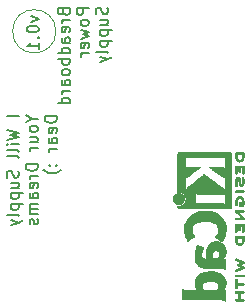
<source format=gbo>
%TF.GenerationSoftware,KiCad,Pcbnew,9.0.4*%
%TF.CreationDate,2026-02-14T22:34:29+05:30*%
%TF.ProjectId,Breadboard_PowerSupply,42726561-6462-46f6-9172-645f506f7765,rev?*%
%TF.SameCoordinates,Original*%
%TF.FileFunction,Legend,Bot*%
%TF.FilePolarity,Positive*%
%FSLAX46Y46*%
G04 Gerber Fmt 4.6, Leading zero omitted, Abs format (unit mm)*
G04 Created by KiCad (PCBNEW 9.0.4) date 2026-02-14 22:34:29*
%MOMM*%
%LPD*%
G01*
G04 APERTURE LIST*
%ADD10C,0.150000*%
%ADD11C,0.100000*%
%ADD12C,0.010000*%
G04 APERTURE END LIST*
D10*
X133555931Y-88474779D02*
X132555931Y-88474779D01*
X132555931Y-89617636D02*
X133555931Y-89855731D01*
X133555931Y-89855731D02*
X132841645Y-90046207D01*
X132841645Y-90046207D02*
X133555931Y-90236683D01*
X133555931Y-90236683D02*
X132555931Y-90474779D01*
X133555931Y-90855731D02*
X132889264Y-90855731D01*
X132555931Y-90855731D02*
X132603550Y-90808112D01*
X132603550Y-90808112D02*
X132651169Y-90855731D01*
X132651169Y-90855731D02*
X132603550Y-90903350D01*
X132603550Y-90903350D02*
X132555931Y-90855731D01*
X132555931Y-90855731D02*
X132651169Y-90855731D01*
X133555931Y-91474778D02*
X133508312Y-91379540D01*
X133508312Y-91379540D02*
X133413073Y-91331921D01*
X133413073Y-91331921D02*
X132555931Y-91331921D01*
X133555931Y-91998588D02*
X133508312Y-91903350D01*
X133508312Y-91903350D02*
X133413073Y-91855731D01*
X133413073Y-91855731D02*
X132555931Y-91855731D01*
X133508312Y-93093827D02*
X133555931Y-93236684D01*
X133555931Y-93236684D02*
X133555931Y-93474779D01*
X133555931Y-93474779D02*
X133508312Y-93570017D01*
X133508312Y-93570017D02*
X133460692Y-93617636D01*
X133460692Y-93617636D02*
X133365454Y-93665255D01*
X133365454Y-93665255D02*
X133270216Y-93665255D01*
X133270216Y-93665255D02*
X133174978Y-93617636D01*
X133174978Y-93617636D02*
X133127359Y-93570017D01*
X133127359Y-93570017D02*
X133079740Y-93474779D01*
X133079740Y-93474779D02*
X133032121Y-93284303D01*
X133032121Y-93284303D02*
X132984502Y-93189065D01*
X132984502Y-93189065D02*
X132936883Y-93141446D01*
X132936883Y-93141446D02*
X132841645Y-93093827D01*
X132841645Y-93093827D02*
X132746407Y-93093827D01*
X132746407Y-93093827D02*
X132651169Y-93141446D01*
X132651169Y-93141446D02*
X132603550Y-93189065D01*
X132603550Y-93189065D02*
X132555931Y-93284303D01*
X132555931Y-93284303D02*
X132555931Y-93522398D01*
X132555931Y-93522398D02*
X132603550Y-93665255D01*
X132889264Y-94522398D02*
X133555931Y-94522398D01*
X132889264Y-94093827D02*
X133413073Y-94093827D01*
X133413073Y-94093827D02*
X133508312Y-94141446D01*
X133508312Y-94141446D02*
X133555931Y-94236684D01*
X133555931Y-94236684D02*
X133555931Y-94379541D01*
X133555931Y-94379541D02*
X133508312Y-94474779D01*
X133508312Y-94474779D02*
X133460692Y-94522398D01*
X132889264Y-94998589D02*
X133889264Y-94998589D01*
X132936883Y-94998589D02*
X132889264Y-95093827D01*
X132889264Y-95093827D02*
X132889264Y-95284303D01*
X132889264Y-95284303D02*
X132936883Y-95379541D01*
X132936883Y-95379541D02*
X132984502Y-95427160D01*
X132984502Y-95427160D02*
X133079740Y-95474779D01*
X133079740Y-95474779D02*
X133365454Y-95474779D01*
X133365454Y-95474779D02*
X133460692Y-95427160D01*
X133460692Y-95427160D02*
X133508312Y-95379541D01*
X133508312Y-95379541D02*
X133555931Y-95284303D01*
X133555931Y-95284303D02*
X133555931Y-95093827D01*
X133555931Y-95093827D02*
X133508312Y-94998589D01*
X132889264Y-95903351D02*
X133889264Y-95903351D01*
X132936883Y-95903351D02*
X132889264Y-95998589D01*
X132889264Y-95998589D02*
X132889264Y-96189065D01*
X132889264Y-96189065D02*
X132936883Y-96284303D01*
X132936883Y-96284303D02*
X132984502Y-96331922D01*
X132984502Y-96331922D02*
X133079740Y-96379541D01*
X133079740Y-96379541D02*
X133365454Y-96379541D01*
X133365454Y-96379541D02*
X133460692Y-96331922D01*
X133460692Y-96331922D02*
X133508312Y-96284303D01*
X133508312Y-96284303D02*
X133555931Y-96189065D01*
X133555931Y-96189065D02*
X133555931Y-95998589D01*
X133555931Y-95998589D02*
X133508312Y-95903351D01*
X133555931Y-96950970D02*
X133508312Y-96855732D01*
X133508312Y-96855732D02*
X133413073Y-96808113D01*
X133413073Y-96808113D02*
X132555931Y-96808113D01*
X132889264Y-97236685D02*
X133555931Y-97474780D01*
X132889264Y-97712875D02*
X133555931Y-97474780D01*
X133555931Y-97474780D02*
X133794026Y-97379542D01*
X133794026Y-97379542D02*
X133841645Y-97331923D01*
X133841645Y-97331923D02*
X133889264Y-97236685D01*
X134689684Y-88665255D02*
X135165875Y-88665255D01*
X134165875Y-88331922D02*
X134689684Y-88665255D01*
X134689684Y-88665255D02*
X134165875Y-88998588D01*
X135165875Y-89474779D02*
X135118256Y-89379541D01*
X135118256Y-89379541D02*
X135070636Y-89331922D01*
X135070636Y-89331922D02*
X134975398Y-89284303D01*
X134975398Y-89284303D02*
X134689684Y-89284303D01*
X134689684Y-89284303D02*
X134594446Y-89331922D01*
X134594446Y-89331922D02*
X134546827Y-89379541D01*
X134546827Y-89379541D02*
X134499208Y-89474779D01*
X134499208Y-89474779D02*
X134499208Y-89617636D01*
X134499208Y-89617636D02*
X134546827Y-89712874D01*
X134546827Y-89712874D02*
X134594446Y-89760493D01*
X134594446Y-89760493D02*
X134689684Y-89808112D01*
X134689684Y-89808112D02*
X134975398Y-89808112D01*
X134975398Y-89808112D02*
X135070636Y-89760493D01*
X135070636Y-89760493D02*
X135118256Y-89712874D01*
X135118256Y-89712874D02*
X135165875Y-89617636D01*
X135165875Y-89617636D02*
X135165875Y-89474779D01*
X134499208Y-90665255D02*
X135165875Y-90665255D01*
X134499208Y-90236684D02*
X135023017Y-90236684D01*
X135023017Y-90236684D02*
X135118256Y-90284303D01*
X135118256Y-90284303D02*
X135165875Y-90379541D01*
X135165875Y-90379541D02*
X135165875Y-90522398D01*
X135165875Y-90522398D02*
X135118256Y-90617636D01*
X135118256Y-90617636D02*
X135070636Y-90665255D01*
X135165875Y-91141446D02*
X134499208Y-91141446D01*
X134689684Y-91141446D02*
X134594446Y-91189065D01*
X134594446Y-91189065D02*
X134546827Y-91236684D01*
X134546827Y-91236684D02*
X134499208Y-91331922D01*
X134499208Y-91331922D02*
X134499208Y-91427160D01*
X135165875Y-92522399D02*
X134165875Y-92522399D01*
X134165875Y-92522399D02*
X134165875Y-92760494D01*
X134165875Y-92760494D02*
X134213494Y-92903351D01*
X134213494Y-92903351D02*
X134308732Y-92998589D01*
X134308732Y-92998589D02*
X134403970Y-93046208D01*
X134403970Y-93046208D02*
X134594446Y-93093827D01*
X134594446Y-93093827D02*
X134737303Y-93093827D01*
X134737303Y-93093827D02*
X134927779Y-93046208D01*
X134927779Y-93046208D02*
X135023017Y-92998589D01*
X135023017Y-92998589D02*
X135118256Y-92903351D01*
X135118256Y-92903351D02*
X135165875Y-92760494D01*
X135165875Y-92760494D02*
X135165875Y-92522399D01*
X135165875Y-93522399D02*
X134499208Y-93522399D01*
X134689684Y-93522399D02*
X134594446Y-93570018D01*
X134594446Y-93570018D02*
X134546827Y-93617637D01*
X134546827Y-93617637D02*
X134499208Y-93712875D01*
X134499208Y-93712875D02*
X134499208Y-93808113D01*
X135118256Y-94522399D02*
X135165875Y-94427161D01*
X135165875Y-94427161D02*
X135165875Y-94236685D01*
X135165875Y-94236685D02*
X135118256Y-94141447D01*
X135118256Y-94141447D02*
X135023017Y-94093828D01*
X135023017Y-94093828D02*
X134642065Y-94093828D01*
X134642065Y-94093828D02*
X134546827Y-94141447D01*
X134546827Y-94141447D02*
X134499208Y-94236685D01*
X134499208Y-94236685D02*
X134499208Y-94427161D01*
X134499208Y-94427161D02*
X134546827Y-94522399D01*
X134546827Y-94522399D02*
X134642065Y-94570018D01*
X134642065Y-94570018D02*
X134737303Y-94570018D01*
X134737303Y-94570018D02*
X134832541Y-94093828D01*
X135165875Y-95427161D02*
X134642065Y-95427161D01*
X134642065Y-95427161D02*
X134546827Y-95379542D01*
X134546827Y-95379542D02*
X134499208Y-95284304D01*
X134499208Y-95284304D02*
X134499208Y-95093828D01*
X134499208Y-95093828D02*
X134546827Y-94998590D01*
X135118256Y-95427161D02*
X135165875Y-95331923D01*
X135165875Y-95331923D02*
X135165875Y-95093828D01*
X135165875Y-95093828D02*
X135118256Y-94998590D01*
X135118256Y-94998590D02*
X135023017Y-94950971D01*
X135023017Y-94950971D02*
X134927779Y-94950971D01*
X134927779Y-94950971D02*
X134832541Y-94998590D01*
X134832541Y-94998590D02*
X134784922Y-95093828D01*
X134784922Y-95093828D02*
X134784922Y-95331923D01*
X134784922Y-95331923D02*
X134737303Y-95427161D01*
X135165875Y-95903352D02*
X134499208Y-95903352D01*
X134594446Y-95903352D02*
X134546827Y-95950971D01*
X134546827Y-95950971D02*
X134499208Y-96046209D01*
X134499208Y-96046209D02*
X134499208Y-96189066D01*
X134499208Y-96189066D02*
X134546827Y-96284304D01*
X134546827Y-96284304D02*
X134642065Y-96331923D01*
X134642065Y-96331923D02*
X135165875Y-96331923D01*
X134642065Y-96331923D02*
X134546827Y-96379542D01*
X134546827Y-96379542D02*
X134499208Y-96474780D01*
X134499208Y-96474780D02*
X134499208Y-96617637D01*
X134499208Y-96617637D02*
X134546827Y-96712876D01*
X134546827Y-96712876D02*
X134642065Y-96760495D01*
X134642065Y-96760495D02*
X135165875Y-96760495D01*
X135118256Y-97189066D02*
X135165875Y-97284304D01*
X135165875Y-97284304D02*
X135165875Y-97474780D01*
X135165875Y-97474780D02*
X135118256Y-97570018D01*
X135118256Y-97570018D02*
X135023017Y-97617637D01*
X135023017Y-97617637D02*
X134975398Y-97617637D01*
X134975398Y-97617637D02*
X134880160Y-97570018D01*
X134880160Y-97570018D02*
X134832541Y-97474780D01*
X134832541Y-97474780D02*
X134832541Y-97331923D01*
X134832541Y-97331923D02*
X134784922Y-97236685D01*
X134784922Y-97236685D02*
X134689684Y-97189066D01*
X134689684Y-97189066D02*
X134642065Y-97189066D01*
X134642065Y-97189066D02*
X134546827Y-97236685D01*
X134546827Y-97236685D02*
X134499208Y-97331923D01*
X134499208Y-97331923D02*
X134499208Y-97474780D01*
X134499208Y-97474780D02*
X134546827Y-97570018D01*
X136775819Y-88474779D02*
X135775819Y-88474779D01*
X135775819Y-88474779D02*
X135775819Y-88712874D01*
X135775819Y-88712874D02*
X135823438Y-88855731D01*
X135823438Y-88855731D02*
X135918676Y-88950969D01*
X135918676Y-88950969D02*
X136013914Y-88998588D01*
X136013914Y-88998588D02*
X136204390Y-89046207D01*
X136204390Y-89046207D02*
X136347247Y-89046207D01*
X136347247Y-89046207D02*
X136537723Y-88998588D01*
X136537723Y-88998588D02*
X136632961Y-88950969D01*
X136632961Y-88950969D02*
X136728200Y-88855731D01*
X136728200Y-88855731D02*
X136775819Y-88712874D01*
X136775819Y-88712874D02*
X136775819Y-88474779D01*
X136728200Y-89855731D02*
X136775819Y-89760493D01*
X136775819Y-89760493D02*
X136775819Y-89570017D01*
X136775819Y-89570017D02*
X136728200Y-89474779D01*
X136728200Y-89474779D02*
X136632961Y-89427160D01*
X136632961Y-89427160D02*
X136252009Y-89427160D01*
X136252009Y-89427160D02*
X136156771Y-89474779D01*
X136156771Y-89474779D02*
X136109152Y-89570017D01*
X136109152Y-89570017D02*
X136109152Y-89760493D01*
X136109152Y-89760493D02*
X136156771Y-89855731D01*
X136156771Y-89855731D02*
X136252009Y-89903350D01*
X136252009Y-89903350D02*
X136347247Y-89903350D01*
X136347247Y-89903350D02*
X136442485Y-89427160D01*
X136775819Y-90760493D02*
X136252009Y-90760493D01*
X136252009Y-90760493D02*
X136156771Y-90712874D01*
X136156771Y-90712874D02*
X136109152Y-90617636D01*
X136109152Y-90617636D02*
X136109152Y-90427160D01*
X136109152Y-90427160D02*
X136156771Y-90331922D01*
X136728200Y-90760493D02*
X136775819Y-90665255D01*
X136775819Y-90665255D02*
X136775819Y-90427160D01*
X136775819Y-90427160D02*
X136728200Y-90331922D01*
X136728200Y-90331922D02*
X136632961Y-90284303D01*
X136632961Y-90284303D02*
X136537723Y-90284303D01*
X136537723Y-90284303D02*
X136442485Y-90331922D01*
X136442485Y-90331922D02*
X136394866Y-90427160D01*
X136394866Y-90427160D02*
X136394866Y-90665255D01*
X136394866Y-90665255D02*
X136347247Y-90760493D01*
X136775819Y-91236684D02*
X136109152Y-91236684D01*
X136299628Y-91236684D02*
X136204390Y-91284303D01*
X136204390Y-91284303D02*
X136156771Y-91331922D01*
X136156771Y-91331922D02*
X136109152Y-91427160D01*
X136109152Y-91427160D02*
X136109152Y-91522398D01*
X136680580Y-92617637D02*
X136728200Y-92665256D01*
X136728200Y-92665256D02*
X136775819Y-92617637D01*
X136775819Y-92617637D02*
X136728200Y-92570018D01*
X136728200Y-92570018D02*
X136680580Y-92617637D01*
X136680580Y-92617637D02*
X136775819Y-92617637D01*
X136156771Y-92617637D02*
X136204390Y-92665256D01*
X136204390Y-92665256D02*
X136252009Y-92617637D01*
X136252009Y-92617637D02*
X136204390Y-92570018D01*
X136204390Y-92570018D02*
X136156771Y-92617637D01*
X136156771Y-92617637D02*
X136252009Y-92617637D01*
X137156771Y-92998589D02*
X137109152Y-93046208D01*
X137109152Y-93046208D02*
X136966295Y-93141446D01*
X136966295Y-93141446D02*
X136871057Y-93189065D01*
X136871057Y-93189065D02*
X136728200Y-93236684D01*
X136728200Y-93236684D02*
X136490104Y-93284303D01*
X136490104Y-93284303D02*
X136299628Y-93284303D01*
X136299628Y-93284303D02*
X136061533Y-93236684D01*
X136061533Y-93236684D02*
X135918676Y-93189065D01*
X135918676Y-93189065D02*
X135823438Y-93141446D01*
X135823438Y-93141446D02*
X135680580Y-93046208D01*
X135680580Y-93046208D02*
X135632961Y-92998589D01*
X137350121Y-79664112D02*
X137397740Y-79806969D01*
X137397740Y-79806969D02*
X137445359Y-79854588D01*
X137445359Y-79854588D02*
X137540597Y-79902207D01*
X137540597Y-79902207D02*
X137683454Y-79902207D01*
X137683454Y-79902207D02*
X137778692Y-79854588D01*
X137778692Y-79854588D02*
X137826312Y-79806969D01*
X137826312Y-79806969D02*
X137873931Y-79711731D01*
X137873931Y-79711731D02*
X137873931Y-79330779D01*
X137873931Y-79330779D02*
X136873931Y-79330779D01*
X136873931Y-79330779D02*
X136873931Y-79664112D01*
X136873931Y-79664112D02*
X136921550Y-79759350D01*
X136921550Y-79759350D02*
X136969169Y-79806969D01*
X136969169Y-79806969D02*
X137064407Y-79854588D01*
X137064407Y-79854588D02*
X137159645Y-79854588D01*
X137159645Y-79854588D02*
X137254883Y-79806969D01*
X137254883Y-79806969D02*
X137302502Y-79759350D01*
X137302502Y-79759350D02*
X137350121Y-79664112D01*
X137350121Y-79664112D02*
X137350121Y-79330779D01*
X137873931Y-80330779D02*
X137207264Y-80330779D01*
X137397740Y-80330779D02*
X137302502Y-80378398D01*
X137302502Y-80378398D02*
X137254883Y-80426017D01*
X137254883Y-80426017D02*
X137207264Y-80521255D01*
X137207264Y-80521255D02*
X137207264Y-80616493D01*
X137826312Y-81330779D02*
X137873931Y-81235541D01*
X137873931Y-81235541D02*
X137873931Y-81045065D01*
X137873931Y-81045065D02*
X137826312Y-80949827D01*
X137826312Y-80949827D02*
X137731073Y-80902208D01*
X137731073Y-80902208D02*
X137350121Y-80902208D01*
X137350121Y-80902208D02*
X137254883Y-80949827D01*
X137254883Y-80949827D02*
X137207264Y-81045065D01*
X137207264Y-81045065D02*
X137207264Y-81235541D01*
X137207264Y-81235541D02*
X137254883Y-81330779D01*
X137254883Y-81330779D02*
X137350121Y-81378398D01*
X137350121Y-81378398D02*
X137445359Y-81378398D01*
X137445359Y-81378398D02*
X137540597Y-80902208D01*
X137873931Y-82235541D02*
X137350121Y-82235541D01*
X137350121Y-82235541D02*
X137254883Y-82187922D01*
X137254883Y-82187922D02*
X137207264Y-82092684D01*
X137207264Y-82092684D02*
X137207264Y-81902208D01*
X137207264Y-81902208D02*
X137254883Y-81806970D01*
X137826312Y-82235541D02*
X137873931Y-82140303D01*
X137873931Y-82140303D02*
X137873931Y-81902208D01*
X137873931Y-81902208D02*
X137826312Y-81806970D01*
X137826312Y-81806970D02*
X137731073Y-81759351D01*
X137731073Y-81759351D02*
X137635835Y-81759351D01*
X137635835Y-81759351D02*
X137540597Y-81806970D01*
X137540597Y-81806970D02*
X137492978Y-81902208D01*
X137492978Y-81902208D02*
X137492978Y-82140303D01*
X137492978Y-82140303D02*
X137445359Y-82235541D01*
X137873931Y-83140303D02*
X136873931Y-83140303D01*
X137826312Y-83140303D02*
X137873931Y-83045065D01*
X137873931Y-83045065D02*
X137873931Y-82854589D01*
X137873931Y-82854589D02*
X137826312Y-82759351D01*
X137826312Y-82759351D02*
X137778692Y-82711732D01*
X137778692Y-82711732D02*
X137683454Y-82664113D01*
X137683454Y-82664113D02*
X137397740Y-82664113D01*
X137397740Y-82664113D02*
X137302502Y-82711732D01*
X137302502Y-82711732D02*
X137254883Y-82759351D01*
X137254883Y-82759351D02*
X137207264Y-82854589D01*
X137207264Y-82854589D02*
X137207264Y-83045065D01*
X137207264Y-83045065D02*
X137254883Y-83140303D01*
X137873931Y-83616494D02*
X136873931Y-83616494D01*
X137254883Y-83616494D02*
X137207264Y-83711732D01*
X137207264Y-83711732D02*
X137207264Y-83902208D01*
X137207264Y-83902208D02*
X137254883Y-83997446D01*
X137254883Y-83997446D02*
X137302502Y-84045065D01*
X137302502Y-84045065D02*
X137397740Y-84092684D01*
X137397740Y-84092684D02*
X137683454Y-84092684D01*
X137683454Y-84092684D02*
X137778692Y-84045065D01*
X137778692Y-84045065D02*
X137826312Y-83997446D01*
X137826312Y-83997446D02*
X137873931Y-83902208D01*
X137873931Y-83902208D02*
X137873931Y-83711732D01*
X137873931Y-83711732D02*
X137826312Y-83616494D01*
X137873931Y-84664113D02*
X137826312Y-84568875D01*
X137826312Y-84568875D02*
X137778692Y-84521256D01*
X137778692Y-84521256D02*
X137683454Y-84473637D01*
X137683454Y-84473637D02*
X137397740Y-84473637D01*
X137397740Y-84473637D02*
X137302502Y-84521256D01*
X137302502Y-84521256D02*
X137254883Y-84568875D01*
X137254883Y-84568875D02*
X137207264Y-84664113D01*
X137207264Y-84664113D02*
X137207264Y-84806970D01*
X137207264Y-84806970D02*
X137254883Y-84902208D01*
X137254883Y-84902208D02*
X137302502Y-84949827D01*
X137302502Y-84949827D02*
X137397740Y-84997446D01*
X137397740Y-84997446D02*
X137683454Y-84997446D01*
X137683454Y-84997446D02*
X137778692Y-84949827D01*
X137778692Y-84949827D02*
X137826312Y-84902208D01*
X137826312Y-84902208D02*
X137873931Y-84806970D01*
X137873931Y-84806970D02*
X137873931Y-84664113D01*
X137873931Y-85854589D02*
X137350121Y-85854589D01*
X137350121Y-85854589D02*
X137254883Y-85806970D01*
X137254883Y-85806970D02*
X137207264Y-85711732D01*
X137207264Y-85711732D02*
X137207264Y-85521256D01*
X137207264Y-85521256D02*
X137254883Y-85426018D01*
X137826312Y-85854589D02*
X137873931Y-85759351D01*
X137873931Y-85759351D02*
X137873931Y-85521256D01*
X137873931Y-85521256D02*
X137826312Y-85426018D01*
X137826312Y-85426018D02*
X137731073Y-85378399D01*
X137731073Y-85378399D02*
X137635835Y-85378399D01*
X137635835Y-85378399D02*
X137540597Y-85426018D01*
X137540597Y-85426018D02*
X137492978Y-85521256D01*
X137492978Y-85521256D02*
X137492978Y-85759351D01*
X137492978Y-85759351D02*
X137445359Y-85854589D01*
X137873931Y-86330780D02*
X137207264Y-86330780D01*
X137397740Y-86330780D02*
X137302502Y-86378399D01*
X137302502Y-86378399D02*
X137254883Y-86426018D01*
X137254883Y-86426018D02*
X137207264Y-86521256D01*
X137207264Y-86521256D02*
X137207264Y-86616494D01*
X137873931Y-87378399D02*
X136873931Y-87378399D01*
X137826312Y-87378399D02*
X137873931Y-87283161D01*
X137873931Y-87283161D02*
X137873931Y-87092685D01*
X137873931Y-87092685D02*
X137826312Y-86997447D01*
X137826312Y-86997447D02*
X137778692Y-86949828D01*
X137778692Y-86949828D02*
X137683454Y-86902209D01*
X137683454Y-86902209D02*
X137397740Y-86902209D01*
X137397740Y-86902209D02*
X137302502Y-86949828D01*
X137302502Y-86949828D02*
X137254883Y-86997447D01*
X137254883Y-86997447D02*
X137207264Y-87092685D01*
X137207264Y-87092685D02*
X137207264Y-87283161D01*
X137207264Y-87283161D02*
X137254883Y-87378399D01*
X139483875Y-79330779D02*
X138483875Y-79330779D01*
X138483875Y-79330779D02*
X138483875Y-79711731D01*
X138483875Y-79711731D02*
X138531494Y-79806969D01*
X138531494Y-79806969D02*
X138579113Y-79854588D01*
X138579113Y-79854588D02*
X138674351Y-79902207D01*
X138674351Y-79902207D02*
X138817208Y-79902207D01*
X138817208Y-79902207D02*
X138912446Y-79854588D01*
X138912446Y-79854588D02*
X138960065Y-79806969D01*
X138960065Y-79806969D02*
X139007684Y-79711731D01*
X139007684Y-79711731D02*
X139007684Y-79330779D01*
X139483875Y-80473636D02*
X139436256Y-80378398D01*
X139436256Y-80378398D02*
X139388636Y-80330779D01*
X139388636Y-80330779D02*
X139293398Y-80283160D01*
X139293398Y-80283160D02*
X139007684Y-80283160D01*
X139007684Y-80283160D02*
X138912446Y-80330779D01*
X138912446Y-80330779D02*
X138864827Y-80378398D01*
X138864827Y-80378398D02*
X138817208Y-80473636D01*
X138817208Y-80473636D02*
X138817208Y-80616493D01*
X138817208Y-80616493D02*
X138864827Y-80711731D01*
X138864827Y-80711731D02*
X138912446Y-80759350D01*
X138912446Y-80759350D02*
X139007684Y-80806969D01*
X139007684Y-80806969D02*
X139293398Y-80806969D01*
X139293398Y-80806969D02*
X139388636Y-80759350D01*
X139388636Y-80759350D02*
X139436256Y-80711731D01*
X139436256Y-80711731D02*
X139483875Y-80616493D01*
X139483875Y-80616493D02*
X139483875Y-80473636D01*
X138817208Y-81140303D02*
X139483875Y-81330779D01*
X139483875Y-81330779D02*
X139007684Y-81521255D01*
X139007684Y-81521255D02*
X139483875Y-81711731D01*
X139483875Y-81711731D02*
X138817208Y-81902207D01*
X139436256Y-82664112D02*
X139483875Y-82568874D01*
X139483875Y-82568874D02*
X139483875Y-82378398D01*
X139483875Y-82378398D02*
X139436256Y-82283160D01*
X139436256Y-82283160D02*
X139341017Y-82235541D01*
X139341017Y-82235541D02*
X138960065Y-82235541D01*
X138960065Y-82235541D02*
X138864827Y-82283160D01*
X138864827Y-82283160D02*
X138817208Y-82378398D01*
X138817208Y-82378398D02*
X138817208Y-82568874D01*
X138817208Y-82568874D02*
X138864827Y-82664112D01*
X138864827Y-82664112D02*
X138960065Y-82711731D01*
X138960065Y-82711731D02*
X139055303Y-82711731D01*
X139055303Y-82711731D02*
X139150541Y-82235541D01*
X139483875Y-83140303D02*
X138817208Y-83140303D01*
X139007684Y-83140303D02*
X138912446Y-83187922D01*
X138912446Y-83187922D02*
X138864827Y-83235541D01*
X138864827Y-83235541D02*
X138817208Y-83330779D01*
X138817208Y-83330779D02*
X138817208Y-83426017D01*
X141046200Y-79283160D02*
X141093819Y-79426017D01*
X141093819Y-79426017D02*
X141093819Y-79664112D01*
X141093819Y-79664112D02*
X141046200Y-79759350D01*
X141046200Y-79759350D02*
X140998580Y-79806969D01*
X140998580Y-79806969D02*
X140903342Y-79854588D01*
X140903342Y-79854588D02*
X140808104Y-79854588D01*
X140808104Y-79854588D02*
X140712866Y-79806969D01*
X140712866Y-79806969D02*
X140665247Y-79759350D01*
X140665247Y-79759350D02*
X140617628Y-79664112D01*
X140617628Y-79664112D02*
X140570009Y-79473636D01*
X140570009Y-79473636D02*
X140522390Y-79378398D01*
X140522390Y-79378398D02*
X140474771Y-79330779D01*
X140474771Y-79330779D02*
X140379533Y-79283160D01*
X140379533Y-79283160D02*
X140284295Y-79283160D01*
X140284295Y-79283160D02*
X140189057Y-79330779D01*
X140189057Y-79330779D02*
X140141438Y-79378398D01*
X140141438Y-79378398D02*
X140093819Y-79473636D01*
X140093819Y-79473636D02*
X140093819Y-79711731D01*
X140093819Y-79711731D02*
X140141438Y-79854588D01*
X140427152Y-80711731D02*
X141093819Y-80711731D01*
X140427152Y-80283160D02*
X140950961Y-80283160D01*
X140950961Y-80283160D02*
X141046200Y-80330779D01*
X141046200Y-80330779D02*
X141093819Y-80426017D01*
X141093819Y-80426017D02*
X141093819Y-80568874D01*
X141093819Y-80568874D02*
X141046200Y-80664112D01*
X141046200Y-80664112D02*
X140998580Y-80711731D01*
X140427152Y-81187922D02*
X141427152Y-81187922D01*
X140474771Y-81187922D02*
X140427152Y-81283160D01*
X140427152Y-81283160D02*
X140427152Y-81473636D01*
X140427152Y-81473636D02*
X140474771Y-81568874D01*
X140474771Y-81568874D02*
X140522390Y-81616493D01*
X140522390Y-81616493D02*
X140617628Y-81664112D01*
X140617628Y-81664112D02*
X140903342Y-81664112D01*
X140903342Y-81664112D02*
X140998580Y-81616493D01*
X140998580Y-81616493D02*
X141046200Y-81568874D01*
X141046200Y-81568874D02*
X141093819Y-81473636D01*
X141093819Y-81473636D02*
X141093819Y-81283160D01*
X141093819Y-81283160D02*
X141046200Y-81187922D01*
X140427152Y-82092684D02*
X141427152Y-82092684D01*
X140474771Y-82092684D02*
X140427152Y-82187922D01*
X140427152Y-82187922D02*
X140427152Y-82378398D01*
X140427152Y-82378398D02*
X140474771Y-82473636D01*
X140474771Y-82473636D02*
X140522390Y-82521255D01*
X140522390Y-82521255D02*
X140617628Y-82568874D01*
X140617628Y-82568874D02*
X140903342Y-82568874D01*
X140903342Y-82568874D02*
X140998580Y-82521255D01*
X140998580Y-82521255D02*
X141046200Y-82473636D01*
X141046200Y-82473636D02*
X141093819Y-82378398D01*
X141093819Y-82378398D02*
X141093819Y-82187922D01*
X141093819Y-82187922D02*
X141046200Y-82092684D01*
X141093819Y-83140303D02*
X141046200Y-83045065D01*
X141046200Y-83045065D02*
X140950961Y-82997446D01*
X140950961Y-82997446D02*
X140093819Y-82997446D01*
X140427152Y-83426018D02*
X141093819Y-83664113D01*
X140427152Y-83902208D02*
X141093819Y-83664113D01*
X141093819Y-83664113D02*
X141331914Y-83568875D01*
X141331914Y-83568875D02*
X141379533Y-83521256D01*
X141379533Y-83521256D02*
X141427152Y-83426018D01*
D11*
X136705620Y-81280000D02*
G75*
G02*
X133042380Y-81280000I-1831620J0D01*
G01*
X133042380Y-81280000D02*
G75*
G02*
X136705620Y-81280000I1831620J0D01*
G01*
D10*
X134585152Y-79997541D02*
X135251819Y-80235636D01*
X135251819Y-80235636D02*
X134585152Y-80473731D01*
X134251819Y-81045160D02*
X134251819Y-81140398D01*
X134251819Y-81140398D02*
X134299438Y-81235636D01*
X134299438Y-81235636D02*
X134347057Y-81283255D01*
X134347057Y-81283255D02*
X134442295Y-81330874D01*
X134442295Y-81330874D02*
X134632771Y-81378493D01*
X134632771Y-81378493D02*
X134870866Y-81378493D01*
X134870866Y-81378493D02*
X135061342Y-81330874D01*
X135061342Y-81330874D02*
X135156580Y-81283255D01*
X135156580Y-81283255D02*
X135204200Y-81235636D01*
X135204200Y-81235636D02*
X135251819Y-81140398D01*
X135251819Y-81140398D02*
X135251819Y-81045160D01*
X135251819Y-81045160D02*
X135204200Y-80949922D01*
X135204200Y-80949922D02*
X135156580Y-80902303D01*
X135156580Y-80902303D02*
X135061342Y-80854684D01*
X135061342Y-80854684D02*
X134870866Y-80807065D01*
X134870866Y-80807065D02*
X134632771Y-80807065D01*
X134632771Y-80807065D02*
X134442295Y-80854684D01*
X134442295Y-80854684D02*
X134347057Y-80902303D01*
X134347057Y-80902303D02*
X134299438Y-80949922D01*
X134299438Y-80949922D02*
X134251819Y-81045160D01*
X135156580Y-81807065D02*
X135204200Y-81854684D01*
X135204200Y-81854684D02*
X135251819Y-81807065D01*
X135251819Y-81807065D02*
X135204200Y-81759446D01*
X135204200Y-81759446D02*
X135156580Y-81807065D01*
X135156580Y-81807065D02*
X135251819Y-81807065D01*
X135251819Y-82807064D02*
X135251819Y-82235636D01*
X135251819Y-82521350D02*
X134251819Y-82521350D01*
X134251819Y-82521350D02*
X134394676Y-82426112D01*
X134394676Y-82426112D02*
X134489914Y-82330874D01*
X134489914Y-82330874D02*
X134537533Y-82235636D01*
D12*
%TO.C,REF\u002A\u002A*%
X152587264Y-101908873D02*
X152604739Y-101940233D01*
X152605575Y-101976034D01*
X152585082Y-102007472D01*
X152580416Y-102011348D01*
X152570949Y-102016814D01*
X152557267Y-102021021D01*
X152536748Y-102024133D01*
X152506768Y-102026313D01*
X152464704Y-102027724D01*
X152407932Y-102028529D01*
X152333830Y-102028893D01*
X152239773Y-102028978D01*
X151918227Y-102028978D01*
X151896647Y-102002327D01*
X151881877Y-101978614D01*
X151875067Y-101955600D01*
X151880949Y-101934594D01*
X151896647Y-101908873D01*
X151918227Y-101882222D01*
X152565684Y-101882222D01*
X152587264Y-101908873D01*
G36*
X152587264Y-101908873D02*
G01*
X152604739Y-101940233D01*
X152605575Y-101976034D01*
X152585082Y-102007472D01*
X152580416Y-102011348D01*
X152570949Y-102016814D01*
X152557267Y-102021021D01*
X152536748Y-102024133D01*
X152506768Y-102026313D01*
X152464704Y-102027724D01*
X152407932Y-102028529D01*
X152333830Y-102028893D01*
X152239773Y-102028978D01*
X151918227Y-102028978D01*
X151896647Y-102002327D01*
X151881877Y-101978614D01*
X151875067Y-101955600D01*
X151880949Y-101934594D01*
X151896647Y-101908873D01*
X151918227Y-101882222D01*
X152565684Y-101882222D01*
X152587264Y-101908873D01*
G37*
X152327567Y-94742041D02*
X152401789Y-94742299D01*
X152458541Y-94742970D01*
X152500512Y-94744248D01*
X152530389Y-94746327D01*
X152550861Y-94749401D01*
X152564614Y-94753666D01*
X152574337Y-94759316D01*
X152582717Y-94766545D01*
X152604181Y-94798009D01*
X152605947Y-94833174D01*
X152586267Y-94866178D01*
X152580398Y-94871484D01*
X152571314Y-94876934D01*
X152557973Y-94881100D01*
X152537757Y-94884154D01*
X152508049Y-94886268D01*
X152466232Y-94887614D01*
X152409689Y-94888362D01*
X152335802Y-94888686D01*
X152241956Y-94888755D01*
X152166294Y-94888716D01*
X152088385Y-94888461D01*
X152028375Y-94887817D01*
X151983648Y-94886613D01*
X151951585Y-94884676D01*
X151929571Y-94881836D01*
X151914987Y-94877921D01*
X151905218Y-94872758D01*
X151897645Y-94866178D01*
X151878623Y-94836994D01*
X151879463Y-94803863D01*
X151902776Y-94769709D01*
X151930485Y-94742000D01*
X152243537Y-94742000D01*
X152327567Y-94742041D01*
G36*
X152327567Y-94742041D02*
G01*
X152401789Y-94742299D01*
X152458541Y-94742970D01*
X152500512Y-94744248D01*
X152530389Y-94746327D01*
X152550861Y-94749401D01*
X152564614Y-94753666D01*
X152574337Y-94759316D01*
X152582717Y-94766545D01*
X152604181Y-94798009D01*
X152605947Y-94833174D01*
X152586267Y-94866178D01*
X152580398Y-94871484D01*
X152571314Y-94876934D01*
X152557973Y-94881100D01*
X152537757Y-94884154D01*
X152508049Y-94886268D01*
X152466232Y-94887614D01*
X152409689Y-94888362D01*
X152335802Y-94888686D01*
X152241956Y-94888755D01*
X152166294Y-94888716D01*
X152088385Y-94888461D01*
X152028375Y-94887817D01*
X151983648Y-94886613D01*
X151951585Y-94884676D01*
X151929571Y-94881836D01*
X151914987Y-94877921D01*
X151905218Y-94872758D01*
X151897645Y-94866178D01*
X151878623Y-94836994D01*
X151879463Y-94803863D01*
X151902776Y-94769709D01*
X151930485Y-94742000D01*
X152243537Y-94742000D01*
X152327567Y-94742041D01*
G37*
X147140307Y-94985331D02*
X147181450Y-94987540D01*
X147213582Y-94993106D01*
X147244122Y-95003414D01*
X147280489Y-95019852D01*
X147307728Y-95033800D01*
X147393429Y-95092335D01*
X147462617Y-95164381D01*
X147513741Y-95248053D01*
X147545250Y-95341469D01*
X147552225Y-95374566D01*
X147559094Y-95415040D01*
X147560919Y-95448001D01*
X147557947Y-95482302D01*
X147550426Y-95526800D01*
X147538002Y-95578066D01*
X147500112Y-95668566D01*
X147445836Y-95747655D01*
X147377770Y-95813472D01*
X147298511Y-95864160D01*
X147210654Y-95897860D01*
X147116795Y-95912714D01*
X147019530Y-95906864D01*
X146923220Y-95880601D01*
X146834494Y-95835582D01*
X146759419Y-95774627D01*
X146699641Y-95699816D01*
X146656809Y-95613232D01*
X146632571Y-95516957D01*
X146628576Y-95413072D01*
X146638850Y-95335438D01*
X146666053Y-95252687D01*
X146711484Y-95177594D01*
X146777302Y-95105702D01*
X146821567Y-95067154D01*
X146879961Y-95027744D01*
X146940586Y-95002554D01*
X147009865Y-94989139D01*
X147094222Y-94985052D01*
X147140307Y-94985331D01*
G36*
X147140307Y-94985331D02*
G01*
X147181450Y-94987540D01*
X147213582Y-94993106D01*
X147244122Y-95003414D01*
X147280489Y-95019852D01*
X147307728Y-95033800D01*
X147393429Y-95092335D01*
X147462617Y-95164381D01*
X147513741Y-95248053D01*
X147545250Y-95341469D01*
X147552225Y-95374566D01*
X147559094Y-95415040D01*
X147560919Y-95448001D01*
X147557947Y-95482302D01*
X147550426Y-95526800D01*
X147538002Y-95578066D01*
X147500112Y-95668566D01*
X147445836Y-95747655D01*
X147377770Y-95813472D01*
X147298511Y-95864160D01*
X147210654Y-95897860D01*
X147116795Y-95912714D01*
X147019530Y-95906864D01*
X146923220Y-95880601D01*
X146834494Y-95835582D01*
X146759419Y-95774627D01*
X146699641Y-95699816D01*
X146656809Y-95613232D01*
X146632571Y-95516957D01*
X146628576Y-95413072D01*
X146638850Y-95335438D01*
X146666053Y-95252687D01*
X146711484Y-95177594D01*
X146777302Y-95105702D01*
X146821567Y-95067154D01*
X146879961Y-95027744D01*
X146940586Y-95002554D01*
X147009865Y-94989139D01*
X147094222Y-94985052D01*
X147140307Y-94985331D01*
G37*
X152001178Y-102279083D02*
X152002631Y-102280443D01*
X152010992Y-102291646D01*
X152016547Y-102308748D01*
X152019840Y-102335918D01*
X152021418Y-102377322D01*
X152021822Y-102437127D01*
X152021822Y-102576489D01*
X152285589Y-102576489D01*
X152361417Y-102576564D01*
X152428083Y-102576972D01*
X152477867Y-102577954D01*
X152513784Y-102579750D01*
X152538850Y-102582601D01*
X152556081Y-102586747D01*
X152568492Y-102592429D01*
X152579100Y-102599886D01*
X152581906Y-102602176D01*
X152604548Y-102633354D01*
X152606112Y-102667734D01*
X152586267Y-102700666D01*
X152578191Y-102707645D01*
X152567593Y-102713117D01*
X152551749Y-102717137D01*
X152527773Y-102719928D01*
X152492774Y-102721712D01*
X152443864Y-102722711D01*
X152378154Y-102723148D01*
X152292756Y-102723244D01*
X152021822Y-102723244D01*
X152021822Y-102869180D01*
X152021821Y-102880280D01*
X152021596Y-102936798D01*
X152020457Y-102975642D01*
X152017657Y-103001035D01*
X152012450Y-103017196D01*
X152004089Y-103028348D01*
X151991826Y-103038711D01*
X151961138Y-103054559D01*
X151927358Y-103051457D01*
X151894822Y-103025813D01*
X151891105Y-103020871D01*
X151886269Y-103010662D01*
X151882506Y-102995236D01*
X151879683Y-102972114D01*
X151877670Y-102938817D01*
X151876333Y-102892863D01*
X151875542Y-102831772D01*
X151875163Y-102753065D01*
X151875067Y-102654260D01*
X151875068Y-102634233D01*
X151875158Y-102540110D01*
X151875498Y-102465595D01*
X151876239Y-102408189D01*
X151877535Y-102365389D01*
X151879537Y-102334696D01*
X151882396Y-102313609D01*
X151886266Y-102299627D01*
X151891298Y-102290250D01*
X151897645Y-102282978D01*
X151930362Y-102264172D01*
X151967939Y-102262725D01*
X152001178Y-102279083D01*
G36*
X152001178Y-102279083D02*
G01*
X152002631Y-102280443D01*
X152010992Y-102291646D01*
X152016547Y-102308748D01*
X152019840Y-102335918D01*
X152021418Y-102377322D01*
X152021822Y-102437127D01*
X152021822Y-102576489D01*
X152285589Y-102576489D01*
X152361417Y-102576564D01*
X152428083Y-102576972D01*
X152477867Y-102577954D01*
X152513784Y-102579750D01*
X152538850Y-102582601D01*
X152556081Y-102586747D01*
X152568492Y-102592429D01*
X152579100Y-102599886D01*
X152581906Y-102602176D01*
X152604548Y-102633354D01*
X152606112Y-102667734D01*
X152586267Y-102700666D01*
X152578191Y-102707645D01*
X152567593Y-102713117D01*
X152551749Y-102717137D01*
X152527773Y-102719928D01*
X152492774Y-102721712D01*
X152443864Y-102722711D01*
X152378154Y-102723148D01*
X152292756Y-102723244D01*
X152021822Y-102723244D01*
X152021822Y-102869180D01*
X152021821Y-102880280D01*
X152021596Y-102936798D01*
X152020457Y-102975642D01*
X152017657Y-103001035D01*
X152012450Y-103017196D01*
X152004089Y-103028348D01*
X151991826Y-103038711D01*
X151961138Y-103054559D01*
X151927358Y-103051457D01*
X151894822Y-103025813D01*
X151891105Y-103020871D01*
X151886269Y-103010662D01*
X151882506Y-102995236D01*
X151879683Y-102972114D01*
X151877670Y-102938817D01*
X151876333Y-102892863D01*
X151875542Y-102831772D01*
X151875163Y-102753065D01*
X151875067Y-102654260D01*
X151875068Y-102634233D01*
X151875158Y-102540110D01*
X151875498Y-102465595D01*
X151876239Y-102408189D01*
X151877535Y-102365389D01*
X151879537Y-102334696D01*
X151882396Y-102313609D01*
X151886266Y-102299627D01*
X151891298Y-102290250D01*
X151897645Y-102282978D01*
X151930362Y-102264172D01*
X151967939Y-102262725D01*
X152001178Y-102279083D01*
G37*
X152283631Y-103286891D02*
X152400000Y-103287375D01*
X152414175Y-103287443D01*
X152475937Y-103288029D01*
X152519620Y-103289352D01*
X152549001Y-103291897D01*
X152567855Y-103296152D01*
X152579959Y-103302604D01*
X152589089Y-103311738D01*
X152606506Y-103345196D01*
X152603604Y-103380144D01*
X152579100Y-103411047D01*
X152565897Y-103420056D01*
X152547361Y-103427508D01*
X152521333Y-103431876D01*
X152482787Y-103433931D01*
X152426700Y-103434444D01*
X152304045Y-103434444D01*
X152304045Y-103931155D01*
X152438871Y-103931155D01*
X152474662Y-103931228D01*
X152520992Y-103931991D01*
X152551526Y-103934167D01*
X152570557Y-103938464D01*
X152582374Y-103945588D01*
X152591271Y-103956245D01*
X152606341Y-103988496D01*
X152603673Y-104023783D01*
X152579100Y-104054514D01*
X152572845Y-104059169D01*
X152562321Y-104065105D01*
X152548391Y-104069636D01*
X152528317Y-104072952D01*
X152499360Y-104075241D01*
X152458780Y-104076692D01*
X152403840Y-104077495D01*
X152331799Y-104077838D01*
X152239920Y-104077911D01*
X151930485Y-104077911D01*
X151902776Y-104050202D01*
X151880533Y-104018823D01*
X151877844Y-103985594D01*
X151897645Y-103953733D01*
X151907415Y-103945447D01*
X151923307Y-103938035D01*
X151947275Y-103933698D01*
X151984148Y-103931662D01*
X152038756Y-103931155D01*
X152157289Y-103931155D01*
X152157289Y-103434444D01*
X152041776Y-103434444D01*
X151990078Y-103434006D01*
X151955554Y-103432042D01*
X151932978Y-103427526D01*
X151917126Y-103419433D01*
X151902776Y-103406735D01*
X151880533Y-103375357D01*
X151877844Y-103342128D01*
X151897645Y-103310266D01*
X151903835Y-103304634D01*
X151912041Y-103299544D01*
X151923817Y-103295457D01*
X151941276Y-103292279D01*
X151966530Y-103289913D01*
X152001690Y-103288262D01*
X152048869Y-103287231D01*
X152110177Y-103286723D01*
X152187727Y-103286641D01*
X152283631Y-103286891D01*
G36*
X152283631Y-103286891D02*
G01*
X152400000Y-103287375D01*
X152414175Y-103287443D01*
X152475937Y-103288029D01*
X152519620Y-103289352D01*
X152549001Y-103291897D01*
X152567855Y-103296152D01*
X152579959Y-103302604D01*
X152589089Y-103311738D01*
X152606506Y-103345196D01*
X152603604Y-103380144D01*
X152579100Y-103411047D01*
X152565897Y-103420056D01*
X152547361Y-103427508D01*
X152521333Y-103431876D01*
X152482787Y-103433931D01*
X152426700Y-103434444D01*
X152304045Y-103434444D01*
X152304045Y-103931155D01*
X152438871Y-103931155D01*
X152474662Y-103931228D01*
X152520992Y-103931991D01*
X152551526Y-103934167D01*
X152570557Y-103938464D01*
X152582374Y-103945588D01*
X152591271Y-103956245D01*
X152606341Y-103988496D01*
X152603673Y-104023783D01*
X152579100Y-104054514D01*
X152572845Y-104059169D01*
X152562321Y-104065105D01*
X152548391Y-104069636D01*
X152528317Y-104072952D01*
X152499360Y-104075241D01*
X152458780Y-104076692D01*
X152403840Y-104077495D01*
X152331799Y-104077838D01*
X152239920Y-104077911D01*
X151930485Y-104077911D01*
X151902776Y-104050202D01*
X151880533Y-104018823D01*
X151877844Y-103985594D01*
X151897645Y-103953733D01*
X151907415Y-103945447D01*
X151923307Y-103938035D01*
X151947275Y-103933698D01*
X151984148Y-103931662D01*
X152038756Y-103931155D01*
X152157289Y-103931155D01*
X152157289Y-103434444D01*
X152041776Y-103434444D01*
X151990078Y-103434006D01*
X151955554Y-103432042D01*
X151932978Y-103427526D01*
X151917126Y-103419433D01*
X151902776Y-103406735D01*
X151880533Y-103375357D01*
X151877844Y-103342128D01*
X151897645Y-103310266D01*
X151903835Y-103304634D01*
X151912041Y-103299544D01*
X151923817Y-103295457D01*
X151941276Y-103292279D01*
X151966530Y-103289913D01*
X152001690Y-103288262D01*
X152048869Y-103287231D01*
X152110177Y-103286723D01*
X152187727Y-103286641D01*
X152283631Y-103286891D01*
G37*
X152301526Y-98602825D02*
X152380311Y-98603050D01*
X152441021Y-98603668D01*
X152462089Y-98604225D01*
X152486396Y-98604867D01*
X152519175Y-98606837D01*
X152542095Y-98609765D01*
X152557897Y-98613842D01*
X152569319Y-98619257D01*
X152579100Y-98626197D01*
X152608845Y-98649594D01*
X152608251Y-98815286D01*
X152607953Y-98850082D01*
X152604522Y-98948565D01*
X152596839Y-99029527D01*
X152584282Y-99096621D01*
X152566227Y-99153504D01*
X152542052Y-99203831D01*
X152540135Y-99207190D01*
X152503417Y-99265002D01*
X152466451Y-99307356D01*
X152422966Y-99340172D01*
X152366689Y-99369372D01*
X152357073Y-99373654D01*
X152293887Y-99396231D01*
X152238509Y-99403203D01*
X152183483Y-99394601D01*
X152121351Y-99370459D01*
X152119658Y-99369663D01*
X152050236Y-99329212D01*
X151993638Y-99278527D01*
X151949070Y-99215802D01*
X151915741Y-99139226D01*
X151892861Y-99046991D01*
X151879636Y-98937288D01*
X151875275Y-98808309D01*
X151875270Y-98804737D01*
X151875372Y-98760844D01*
X152021822Y-98760844D01*
X152022270Y-98848333D01*
X152024746Y-98915253D01*
X152035998Y-99007651D01*
X152055537Y-99086966D01*
X152082511Y-99148940D01*
X152103240Y-99179880D01*
X152133006Y-99208000D01*
X152175434Y-99231340D01*
X152191400Y-99238467D01*
X152223902Y-99250291D01*
X152248333Y-99252721D01*
X152273061Y-99247108D01*
X152288939Y-99241382D01*
X152348847Y-99208452D01*
X152394600Y-99161114D01*
X152427736Y-99097348D01*
X152449790Y-99015139D01*
X152450292Y-99012345D01*
X152456255Y-98966060D01*
X152460483Y-98909664D01*
X152462089Y-98854726D01*
X152462089Y-98760844D01*
X152021822Y-98760844D01*
X151875372Y-98760844D01*
X151875410Y-98744717D01*
X151876446Y-98702786D01*
X151879040Y-98674672D01*
X151883853Y-98656103D01*
X151891544Y-98642806D01*
X151902776Y-98630509D01*
X151930485Y-98602800D01*
X152239920Y-98602800D01*
X152301526Y-98602825D01*
G36*
X152301526Y-98602825D02*
G01*
X152380311Y-98603050D01*
X152441021Y-98603668D01*
X152462089Y-98604225D01*
X152486396Y-98604867D01*
X152519175Y-98606837D01*
X152542095Y-98609765D01*
X152557897Y-98613842D01*
X152569319Y-98619257D01*
X152579100Y-98626197D01*
X152608845Y-98649594D01*
X152608251Y-98815286D01*
X152607953Y-98850082D01*
X152604522Y-98948565D01*
X152596839Y-99029527D01*
X152584282Y-99096621D01*
X152566227Y-99153504D01*
X152542052Y-99203831D01*
X152540135Y-99207190D01*
X152503417Y-99265002D01*
X152466451Y-99307356D01*
X152422966Y-99340172D01*
X152366689Y-99369372D01*
X152357073Y-99373654D01*
X152293887Y-99396231D01*
X152238509Y-99403203D01*
X152183483Y-99394601D01*
X152121351Y-99370459D01*
X152119658Y-99369663D01*
X152050236Y-99329212D01*
X151993638Y-99278527D01*
X151949070Y-99215802D01*
X151915741Y-99139226D01*
X151892861Y-99046991D01*
X151879636Y-98937288D01*
X151875275Y-98808309D01*
X151875270Y-98804737D01*
X151875372Y-98760844D01*
X152021822Y-98760844D01*
X152022270Y-98848333D01*
X152024746Y-98915253D01*
X152035998Y-99007651D01*
X152055537Y-99086966D01*
X152082511Y-99148940D01*
X152103240Y-99179880D01*
X152133006Y-99208000D01*
X152175434Y-99231340D01*
X152191400Y-99238467D01*
X152223902Y-99250291D01*
X152248333Y-99252721D01*
X152273061Y-99247108D01*
X152288939Y-99241382D01*
X152348847Y-99208452D01*
X152394600Y-99161114D01*
X152427736Y-99097348D01*
X152449790Y-99015139D01*
X152450292Y-99012345D01*
X152456255Y-98966060D01*
X152460483Y-98909664D01*
X152462089Y-98854726D01*
X152462089Y-98760844D01*
X152021822Y-98760844D01*
X151875372Y-98760844D01*
X151875410Y-98744717D01*
X151876446Y-98702786D01*
X151879040Y-98674672D01*
X151883853Y-98656103D01*
X151891544Y-98642806D01*
X151902776Y-98630509D01*
X151930485Y-98602800D01*
X152239920Y-98602800D01*
X152301526Y-98602825D01*
G37*
X152241956Y-91513378D02*
X152317617Y-91513417D01*
X152395526Y-91513672D01*
X152455536Y-91514316D01*
X152500264Y-91515520D01*
X152532326Y-91517457D01*
X152554340Y-91520297D01*
X152568924Y-91524212D01*
X152578694Y-91529374D01*
X152586267Y-91535955D01*
X152592501Y-91542923D01*
X152599801Y-91555921D01*
X152604554Y-91575069D01*
X152607292Y-91604472D01*
X152608545Y-91648238D01*
X152608845Y-91710472D01*
X152608469Y-91759418D01*
X152604041Y-91866278D01*
X152593953Y-91955506D01*
X152577365Y-92030304D01*
X152553435Y-92093875D01*
X152521321Y-92149421D01*
X152480182Y-92200146D01*
X152474330Y-92206134D01*
X152425821Y-92243001D01*
X152365013Y-92274101D01*
X152300769Y-92295583D01*
X152241956Y-92303600D01*
X152220739Y-92302321D01*
X152163323Y-92290009D01*
X152103413Y-92267480D01*
X152049363Y-92238250D01*
X152009532Y-92205833D01*
X151992510Y-92186292D01*
X151953322Y-92131580D01*
X151923193Y-92071277D01*
X151901232Y-92002081D01*
X151886550Y-91920689D01*
X151878259Y-91823800D01*
X151876148Y-91736333D01*
X152021808Y-91736333D01*
X152021817Y-91739361D01*
X152023782Y-91790481D01*
X152028507Y-91850584D01*
X152035035Y-91907292D01*
X152044331Y-91957250D01*
X152070600Y-92032002D01*
X152109899Y-92089511D01*
X152162933Y-92131012D01*
X152214200Y-92152229D01*
X152262026Y-92153647D01*
X152312961Y-92135365D01*
X152358878Y-92105695D01*
X152401287Y-92058998D01*
X152431090Y-91997608D01*
X152450226Y-91918462D01*
X152450464Y-91916972D01*
X152456256Y-91868001D01*
X152460396Y-91809307D01*
X152462004Y-91753266D01*
X152462089Y-91660133D01*
X152021822Y-91660133D01*
X152021808Y-91736333D01*
X151876148Y-91736333D01*
X151875467Y-91708111D01*
X151875066Y-91668629D01*
X151874653Y-91622918D01*
X151876457Y-91587117D01*
X151882739Y-91560026D01*
X151895759Y-91540444D01*
X151917778Y-91527170D01*
X151951055Y-91519002D01*
X151997851Y-91514740D01*
X152021822Y-91514143D01*
X152060427Y-91513183D01*
X152141041Y-91513130D01*
X152241956Y-91513378D01*
G36*
X152241956Y-91513378D02*
G01*
X152317617Y-91513417D01*
X152395526Y-91513672D01*
X152455536Y-91514316D01*
X152500264Y-91515520D01*
X152532326Y-91517457D01*
X152554340Y-91520297D01*
X152568924Y-91524212D01*
X152578694Y-91529374D01*
X152586267Y-91535955D01*
X152592501Y-91542923D01*
X152599801Y-91555921D01*
X152604554Y-91575069D01*
X152607292Y-91604472D01*
X152608545Y-91648238D01*
X152608845Y-91710472D01*
X152608469Y-91759418D01*
X152604041Y-91866278D01*
X152593953Y-91955506D01*
X152577365Y-92030304D01*
X152553435Y-92093875D01*
X152521321Y-92149421D01*
X152480182Y-92200146D01*
X152474330Y-92206134D01*
X152425821Y-92243001D01*
X152365013Y-92274101D01*
X152300769Y-92295583D01*
X152241956Y-92303600D01*
X152220739Y-92302321D01*
X152163323Y-92290009D01*
X152103413Y-92267480D01*
X152049363Y-92238250D01*
X152009532Y-92205833D01*
X151992510Y-92186292D01*
X151953322Y-92131580D01*
X151923193Y-92071277D01*
X151901232Y-92002081D01*
X151886550Y-91920689D01*
X151878259Y-91823800D01*
X151876148Y-91736333D01*
X152021808Y-91736333D01*
X152021817Y-91739361D01*
X152023782Y-91790481D01*
X152028507Y-91850584D01*
X152035035Y-91907292D01*
X152044331Y-91957250D01*
X152070600Y-92032002D01*
X152109899Y-92089511D01*
X152162933Y-92131012D01*
X152214200Y-92152229D01*
X152262026Y-92153647D01*
X152312961Y-92135365D01*
X152358878Y-92105695D01*
X152401287Y-92058998D01*
X152431090Y-91997608D01*
X152450226Y-91918462D01*
X152450464Y-91916972D01*
X152456256Y-91868001D01*
X152460396Y-91809307D01*
X152462004Y-91753266D01*
X152462089Y-91660133D01*
X152021822Y-91660133D01*
X152021808Y-91736333D01*
X151876148Y-91736333D01*
X151875467Y-91708111D01*
X151875066Y-91668629D01*
X151874653Y-91622918D01*
X151876457Y-91587117D01*
X151882739Y-91560026D01*
X151895759Y-91540444D01*
X151917778Y-91527170D01*
X151951055Y-91519002D01*
X151997851Y-91514740D01*
X152021822Y-91514143D01*
X152060427Y-91513183D01*
X152141041Y-91513130D01*
X152241956Y-91513378D01*
G37*
X152300486Y-96401489D02*
X152379573Y-96401708D01*
X152440516Y-96402317D01*
X152486062Y-96403508D01*
X152518963Y-96405471D01*
X152541968Y-96408397D01*
X152557826Y-96412477D01*
X152569286Y-96417903D01*
X152579100Y-96424864D01*
X152603493Y-96455292D01*
X152606372Y-96490235D01*
X152587282Y-96527216D01*
X152583807Y-96531400D01*
X152575279Y-96539576D01*
X152563728Y-96545636D01*
X152545896Y-96550019D01*
X152518524Y-96553161D01*
X152478354Y-96555498D01*
X152422128Y-96557469D01*
X152346589Y-96559511D01*
X152127458Y-96565155D01*
X152368099Y-96830444D01*
X152434875Y-96904278D01*
X152492991Y-96969458D01*
X152537949Y-97021652D01*
X152570871Y-97062727D01*
X152592879Y-97094545D01*
X152605094Y-97118974D01*
X152608639Y-97137876D01*
X152604636Y-97153117D01*
X152594207Y-97166561D01*
X152578474Y-97180073D01*
X152569991Y-97186318D01*
X152559413Y-97191950D01*
X152545255Y-97196161D01*
X152524803Y-97199113D01*
X152495342Y-97200968D01*
X152454161Y-97201887D01*
X152398544Y-97202032D01*
X152325779Y-97201565D01*
X152233151Y-97200648D01*
X151918199Y-97197333D01*
X151896633Y-97170682D01*
X151880441Y-97144617D01*
X151877670Y-97111759D01*
X151896623Y-97077228D01*
X151900208Y-97072916D01*
X151908737Y-97064784D01*
X151920329Y-97058755D01*
X151938235Y-97054394D01*
X151965706Y-97051266D01*
X152005994Y-97048937D01*
X152062351Y-97046971D01*
X152138029Y-97044933D01*
X152357878Y-97039289D01*
X152194084Y-96858666D01*
X152115451Y-96771928D01*
X152047058Y-96696157D01*
X151991708Y-96634020D01*
X151948338Y-96583922D01*
X151915881Y-96544265D01*
X151893273Y-96513452D01*
X151879448Y-96489886D01*
X151873343Y-96471970D01*
X151873892Y-96458107D01*
X151880029Y-96446699D01*
X151890691Y-96436150D01*
X151904811Y-96424864D01*
X151910772Y-96420411D01*
X151921268Y-96414412D01*
X151935093Y-96409833D01*
X151954998Y-96406481D01*
X151983732Y-96404167D01*
X152024045Y-96402699D01*
X152078687Y-96401887D01*
X152150407Y-96401540D01*
X152241956Y-96401466D01*
X152300486Y-96401489D01*
G36*
X152300486Y-96401489D02*
G01*
X152379573Y-96401708D01*
X152440516Y-96402317D01*
X152486062Y-96403508D01*
X152518963Y-96405471D01*
X152541968Y-96408397D01*
X152557826Y-96412477D01*
X152569286Y-96417903D01*
X152579100Y-96424864D01*
X152603493Y-96455292D01*
X152606372Y-96490235D01*
X152587282Y-96527216D01*
X152583807Y-96531400D01*
X152575279Y-96539576D01*
X152563728Y-96545636D01*
X152545896Y-96550019D01*
X152518524Y-96553161D01*
X152478354Y-96555498D01*
X152422128Y-96557469D01*
X152346589Y-96559511D01*
X152127458Y-96565155D01*
X152368099Y-96830444D01*
X152434875Y-96904278D01*
X152492991Y-96969458D01*
X152537949Y-97021652D01*
X152570871Y-97062727D01*
X152592879Y-97094545D01*
X152605094Y-97118974D01*
X152608639Y-97137876D01*
X152604636Y-97153117D01*
X152594207Y-97166561D01*
X152578474Y-97180073D01*
X152569991Y-97186318D01*
X152559413Y-97191950D01*
X152545255Y-97196161D01*
X152524803Y-97199113D01*
X152495342Y-97200968D01*
X152454161Y-97201887D01*
X152398544Y-97202032D01*
X152325779Y-97201565D01*
X152233151Y-97200648D01*
X151918199Y-97197333D01*
X151896633Y-97170682D01*
X151880441Y-97144617D01*
X151877670Y-97111759D01*
X151896623Y-97077228D01*
X151900208Y-97072916D01*
X151908737Y-97064784D01*
X151920329Y-97058755D01*
X151938235Y-97054394D01*
X151965706Y-97051266D01*
X152005994Y-97048937D01*
X152062351Y-97046971D01*
X152138029Y-97044933D01*
X152357878Y-97039289D01*
X152194084Y-96858666D01*
X152115451Y-96771928D01*
X152047058Y-96696157D01*
X151991708Y-96634020D01*
X151948338Y-96583922D01*
X151915881Y-96544265D01*
X151893273Y-96513452D01*
X151879448Y-96489886D01*
X151873343Y-96471970D01*
X151873892Y-96458107D01*
X151880029Y-96446699D01*
X151890691Y-96436150D01*
X151904811Y-96424864D01*
X151910772Y-96420411D01*
X151921268Y-96414412D01*
X151935093Y-96409833D01*
X151954998Y-96406481D01*
X151983732Y-96404167D01*
X152024045Y-96402699D01*
X152078687Y-96401887D01*
X152150407Y-96401540D01*
X152241956Y-96401466D01*
X152300486Y-96401489D01*
G37*
X152260259Y-95217702D02*
X152311592Y-95230643D01*
X152368118Y-95253806D01*
X152422035Y-95283698D01*
X152465539Y-95316827D01*
X152475887Y-95327023D01*
X152527662Y-95394108D01*
X152567554Y-95474234D01*
X152591956Y-95560444D01*
X152600068Y-95615408D01*
X152606673Y-95708861D01*
X152604586Y-95798642D01*
X152594340Y-95881131D01*
X152576470Y-95952714D01*
X152551508Y-96009772D01*
X152519988Y-96048689D01*
X152518012Y-96050064D01*
X152492786Y-96057152D01*
X152445535Y-96061391D01*
X152376071Y-96062800D01*
X152313838Y-96061940D01*
X152266456Y-96057220D01*
X152234353Y-96045530D01*
X152214800Y-96023761D01*
X152205070Y-95988802D01*
X152202433Y-95937544D01*
X152204161Y-95866877D01*
X152207173Y-95818257D01*
X152215366Y-95768061D01*
X152229419Y-95735567D01*
X152250654Y-95718108D01*
X152280394Y-95713017D01*
X152284936Y-95713123D01*
X152319730Y-95721825D01*
X152343147Y-95745835D01*
X152356347Y-95787100D01*
X152360489Y-95847569D01*
X152360489Y-95916044D01*
X152398841Y-95916044D01*
X152407976Y-95915994D01*
X152425227Y-95913773D01*
X152435521Y-95904506D01*
X152442459Y-95883125D01*
X152449641Y-95844564D01*
X152450575Y-95839090D01*
X152460478Y-95742140D01*
X152457559Y-95652148D01*
X152442829Y-95571240D01*
X152417299Y-95501541D01*
X152381978Y-95445176D01*
X152337879Y-95404271D01*
X152286012Y-95380949D01*
X152227388Y-95377337D01*
X152198494Y-95382855D01*
X152142604Y-95409539D01*
X152096945Y-95455727D01*
X152062108Y-95520709D01*
X152038690Y-95603771D01*
X152034241Y-95628445D01*
X152023742Y-95717774D01*
X152024971Y-95797581D01*
X152037906Y-95875674D01*
X152044696Y-95910817D01*
X152045713Y-95956255D01*
X152033182Y-95987570D01*
X152006395Y-96007723D01*
X151978148Y-96014107D01*
X151946924Y-96004621D01*
X151933499Y-95995292D01*
X151909967Y-95961057D01*
X151892095Y-95908435D01*
X151880599Y-95839919D01*
X151876192Y-95758000D01*
X151880179Y-95660850D01*
X151896494Y-95554843D01*
X151924545Y-95461031D01*
X151963452Y-95382235D01*
X152012334Y-95321281D01*
X152045195Y-95295211D01*
X152094394Y-95265703D01*
X152148252Y-95240432D01*
X152199419Y-95222782D01*
X152240544Y-95216142D01*
X152260259Y-95217702D01*
G36*
X152260259Y-95217702D02*
G01*
X152311592Y-95230643D01*
X152368118Y-95253806D01*
X152422035Y-95283698D01*
X152465539Y-95316827D01*
X152475887Y-95327023D01*
X152527662Y-95394108D01*
X152567554Y-95474234D01*
X152591956Y-95560444D01*
X152600068Y-95615408D01*
X152606673Y-95708861D01*
X152604586Y-95798642D01*
X152594340Y-95881131D01*
X152576470Y-95952714D01*
X152551508Y-96009772D01*
X152519988Y-96048689D01*
X152518012Y-96050064D01*
X152492786Y-96057152D01*
X152445535Y-96061391D01*
X152376071Y-96062800D01*
X152313838Y-96061940D01*
X152266456Y-96057220D01*
X152234353Y-96045530D01*
X152214800Y-96023761D01*
X152205070Y-95988802D01*
X152202433Y-95937544D01*
X152204161Y-95866877D01*
X152207173Y-95818257D01*
X152215366Y-95768061D01*
X152229419Y-95735567D01*
X152250654Y-95718108D01*
X152280394Y-95713017D01*
X152284936Y-95713123D01*
X152319730Y-95721825D01*
X152343147Y-95745835D01*
X152356347Y-95787100D01*
X152360489Y-95847569D01*
X152360489Y-95916044D01*
X152398841Y-95916044D01*
X152407976Y-95915994D01*
X152425227Y-95913773D01*
X152435521Y-95904506D01*
X152442459Y-95883125D01*
X152449641Y-95844564D01*
X152450575Y-95839090D01*
X152460478Y-95742140D01*
X152457559Y-95652148D01*
X152442829Y-95571240D01*
X152417299Y-95501541D01*
X152381978Y-95445176D01*
X152337879Y-95404271D01*
X152286012Y-95380949D01*
X152227388Y-95377337D01*
X152198494Y-95382855D01*
X152142604Y-95409539D01*
X152096945Y-95455727D01*
X152062108Y-95520709D01*
X152038690Y-95603771D01*
X152034241Y-95628445D01*
X152023742Y-95717774D01*
X152024971Y-95797581D01*
X152037906Y-95875674D01*
X152044696Y-95910817D01*
X152045713Y-95956255D01*
X152033182Y-95987570D01*
X152006395Y-96007723D01*
X151978148Y-96014107D01*
X151946924Y-96004621D01*
X151933499Y-95995292D01*
X151909967Y-95961057D01*
X151892095Y-95908435D01*
X151880599Y-95839919D01*
X151876192Y-95758000D01*
X151880179Y-95660850D01*
X151896494Y-95554843D01*
X151924545Y-95461031D01*
X151963452Y-95382235D01*
X152012334Y-95321281D01*
X152045195Y-95295211D01*
X152094394Y-95265703D01*
X152148252Y-95240432D01*
X152199419Y-95222782D01*
X152240544Y-95216142D01*
X152260259Y-95217702D01*
G37*
X152312911Y-97586829D02*
X152391228Y-97587061D01*
X152451496Y-97587681D01*
X152496393Y-97588874D01*
X152528602Y-97590821D01*
X152550800Y-97593706D01*
X152565669Y-97597712D01*
X152575889Y-97603021D01*
X152584138Y-97609817D01*
X152588795Y-97614332D01*
X152595282Y-97622562D01*
X152600194Y-97633922D01*
X152603749Y-97651190D01*
X152606167Y-97677145D01*
X152607667Y-97714564D01*
X152608467Y-97766227D01*
X152608787Y-97834911D01*
X152608845Y-97923394D01*
X152608838Y-97943069D01*
X152608572Y-98030094D01*
X152607806Y-98097746D01*
X152606392Y-98148701D01*
X152604180Y-98185633D01*
X152601022Y-98211217D01*
X152596769Y-98228129D01*
X152591271Y-98239043D01*
X152581285Y-98249536D01*
X152550168Y-98262797D01*
X152514280Y-98261614D01*
X152482733Y-98245450D01*
X152480457Y-98243261D01*
X152474189Y-98234573D01*
X152469523Y-98221231D01*
X152466227Y-98200248D01*
X152464068Y-98168637D01*
X152462814Y-98123410D01*
X152462231Y-98061580D01*
X152462089Y-97980161D01*
X152462089Y-97733555D01*
X152304045Y-97733555D01*
X152304045Y-97895994D01*
X152303964Y-97931662D01*
X152303167Y-97987432D01*
X152301162Y-98026570D01*
X152297521Y-98053024D01*
X152291812Y-98070741D01*
X152283607Y-98083671D01*
X152280423Y-98087314D01*
X152249448Y-98105722D01*
X152213112Y-98106356D01*
X152179493Y-98088817D01*
X152179424Y-98088755D01*
X152170798Y-98079084D01*
X152164742Y-98065791D01*
X152160811Y-98045083D01*
X152158556Y-98013172D01*
X152157531Y-97966266D01*
X152157289Y-97900576D01*
X152157289Y-97732429D01*
X152092378Y-97735814D01*
X152027467Y-97739200D01*
X152024414Y-97981277D01*
X152024086Y-98006293D01*
X152022606Y-98087913D01*
X152020222Y-98150232D01*
X152016227Y-98195846D01*
X152009913Y-98227348D01*
X152000574Y-98247333D01*
X151987503Y-98258396D01*
X151969992Y-98263131D01*
X151947335Y-98264133D01*
X151944970Y-98264127D01*
X151924939Y-98262973D01*
X151909146Y-98258176D01*
X151897090Y-98247368D01*
X151888267Y-98228183D01*
X151882175Y-98198255D01*
X151878311Y-98155217D01*
X151876174Y-98096701D01*
X151875260Y-98020343D01*
X151875067Y-97923774D01*
X151875067Y-97633594D01*
X151904811Y-97610197D01*
X151911495Y-97605248D01*
X151922066Y-97599404D01*
X151936153Y-97594943D01*
X151956478Y-97591679D01*
X151985765Y-97589426D01*
X152026737Y-97587998D01*
X152082117Y-97587208D01*
X152154628Y-97586871D01*
X152246994Y-97586800D01*
X152312911Y-97586829D01*
G36*
X152312911Y-97586829D02*
G01*
X152391228Y-97587061D01*
X152451496Y-97587681D01*
X152496393Y-97588874D01*
X152528602Y-97590821D01*
X152550800Y-97593706D01*
X152565669Y-97597712D01*
X152575889Y-97603021D01*
X152584138Y-97609817D01*
X152588795Y-97614332D01*
X152595282Y-97622562D01*
X152600194Y-97633922D01*
X152603749Y-97651190D01*
X152606167Y-97677145D01*
X152607667Y-97714564D01*
X152608467Y-97766227D01*
X152608787Y-97834911D01*
X152608845Y-97923394D01*
X152608838Y-97943069D01*
X152608572Y-98030094D01*
X152607806Y-98097746D01*
X152606392Y-98148701D01*
X152604180Y-98185633D01*
X152601022Y-98211217D01*
X152596769Y-98228129D01*
X152591271Y-98239043D01*
X152581285Y-98249536D01*
X152550168Y-98262797D01*
X152514280Y-98261614D01*
X152482733Y-98245450D01*
X152480457Y-98243261D01*
X152474189Y-98234573D01*
X152469523Y-98221231D01*
X152466227Y-98200248D01*
X152464068Y-98168637D01*
X152462814Y-98123410D01*
X152462231Y-98061580D01*
X152462089Y-97980161D01*
X152462089Y-97733555D01*
X152304045Y-97733555D01*
X152304045Y-97895994D01*
X152303964Y-97931662D01*
X152303167Y-97987432D01*
X152301162Y-98026570D01*
X152297521Y-98053024D01*
X152291812Y-98070741D01*
X152283607Y-98083671D01*
X152280423Y-98087314D01*
X152249448Y-98105722D01*
X152213112Y-98106356D01*
X152179493Y-98088817D01*
X152179424Y-98088755D01*
X152170798Y-98079084D01*
X152164742Y-98065791D01*
X152160811Y-98045083D01*
X152158556Y-98013172D01*
X152157531Y-97966266D01*
X152157289Y-97900576D01*
X152157289Y-97732429D01*
X152092378Y-97735814D01*
X152027467Y-97739200D01*
X152024414Y-97981277D01*
X152024086Y-98006293D01*
X152022606Y-98087913D01*
X152020222Y-98150232D01*
X152016227Y-98195846D01*
X152009913Y-98227348D01*
X152000574Y-98247333D01*
X151987503Y-98258396D01*
X151969992Y-98263131D01*
X151947335Y-98264133D01*
X151944970Y-98264127D01*
X151924939Y-98262973D01*
X151909146Y-98258176D01*
X151897090Y-98247368D01*
X151888267Y-98228183D01*
X151882175Y-98198255D01*
X151878311Y-98155217D01*
X151876174Y-98096701D01*
X151875260Y-98020343D01*
X151875067Y-97923774D01*
X151875067Y-97633594D01*
X151904811Y-97610197D01*
X151911495Y-97605248D01*
X151922066Y-97599404D01*
X151936153Y-97594943D01*
X151956478Y-97591679D01*
X151985765Y-97589426D01*
X152026737Y-97587998D01*
X152082117Y-97587208D01*
X152154628Y-97586871D01*
X152246994Y-97586800D01*
X152312911Y-97586829D01*
G37*
X152316713Y-92642303D02*
X152394889Y-92642552D01*
X152455103Y-92643188D01*
X152499982Y-92644385D01*
X152532152Y-92646316D01*
X152554239Y-92649154D01*
X152568870Y-92653073D01*
X152578670Y-92658245D01*
X152586267Y-92664844D01*
X152589444Y-92668178D01*
X152595554Y-92676700D01*
X152600229Y-92688702D01*
X152603659Y-92706913D01*
X152606036Y-92734060D01*
X152607552Y-92772871D01*
X152608398Y-92826076D01*
X152608765Y-92896402D01*
X152608845Y-92986578D01*
X152608833Y-93028686D01*
X152608651Y-93109833D01*
X152608098Y-93172325D01*
X152606982Y-93218891D01*
X152605113Y-93252259D01*
X152602298Y-93275156D01*
X152598346Y-93290312D01*
X152593066Y-93300454D01*
X152586267Y-93308311D01*
X152564667Y-93323037D01*
X152535467Y-93330889D01*
X152511560Y-93325390D01*
X152484667Y-93308311D01*
X152480059Y-93303332D01*
X152473772Y-93293557D01*
X152469146Y-93279441D01*
X152465930Y-93257946D01*
X152463870Y-93226032D01*
X152462712Y-93180658D01*
X152462202Y-93118787D01*
X152462089Y-93037378D01*
X152462089Y-92789022D01*
X152304045Y-92789022D01*
X152304045Y-92950199D01*
X152303899Y-92986017D01*
X152302176Y-93051641D01*
X152297741Y-93098882D01*
X152289637Y-93130617D01*
X152276906Y-93149723D01*
X152258592Y-93159077D01*
X152233738Y-93161555D01*
X152213482Y-93160758D01*
X152191656Y-93155506D01*
X152176304Y-93142712D01*
X152166309Y-93119372D01*
X152160553Y-93082483D01*
X152157919Y-93029041D01*
X152157289Y-92956042D01*
X152157289Y-92787895D01*
X152092378Y-92791281D01*
X152027467Y-92794666D01*
X152024418Y-93042383D01*
X152023539Y-93104974D01*
X152022095Y-93173435D01*
X152020164Y-93224339D01*
X152017514Y-93260592D01*
X152013910Y-93285099D01*
X152009121Y-93300765D01*
X152002913Y-93310494D01*
X151996510Y-93316509D01*
X151964828Y-93329518D01*
X151929142Y-93325957D01*
X151898084Y-93306182D01*
X151895161Y-93302931D01*
X151888810Y-93293951D01*
X151883957Y-93281847D01*
X151880403Y-93263841D01*
X151877946Y-93237153D01*
X151876385Y-93199003D01*
X151875518Y-93146614D01*
X151875146Y-93077206D01*
X151875067Y-92987999D01*
X151875083Y-92933266D01*
X151875275Y-92856169D01*
X151875860Y-92797223D01*
X151877051Y-92753636D01*
X151879064Y-92722617D01*
X151882112Y-92701375D01*
X151886409Y-92687118D01*
X151892172Y-92677055D01*
X151899612Y-92668394D01*
X151901293Y-92666609D01*
X151908832Y-92659365D01*
X151917850Y-92653723D01*
X151930984Y-92649483D01*
X151950872Y-92646444D01*
X151980151Y-92644406D01*
X152021458Y-92643170D01*
X152077431Y-92642535D01*
X152150707Y-92642300D01*
X152243923Y-92642266D01*
X152316713Y-92642303D01*
G36*
X152316713Y-92642303D02*
G01*
X152394889Y-92642552D01*
X152455103Y-92643188D01*
X152499982Y-92644385D01*
X152532152Y-92646316D01*
X152554239Y-92649154D01*
X152568870Y-92653073D01*
X152578670Y-92658245D01*
X152586267Y-92664844D01*
X152589444Y-92668178D01*
X152595554Y-92676700D01*
X152600229Y-92688702D01*
X152603659Y-92706913D01*
X152606036Y-92734060D01*
X152607552Y-92772871D01*
X152608398Y-92826076D01*
X152608765Y-92896402D01*
X152608845Y-92986578D01*
X152608833Y-93028686D01*
X152608651Y-93109833D01*
X152608098Y-93172325D01*
X152606982Y-93218891D01*
X152605113Y-93252259D01*
X152602298Y-93275156D01*
X152598346Y-93290312D01*
X152593066Y-93300454D01*
X152586267Y-93308311D01*
X152564667Y-93323037D01*
X152535467Y-93330889D01*
X152511560Y-93325390D01*
X152484667Y-93308311D01*
X152480059Y-93303332D01*
X152473772Y-93293557D01*
X152469146Y-93279441D01*
X152465930Y-93257946D01*
X152463870Y-93226032D01*
X152462712Y-93180658D01*
X152462202Y-93118787D01*
X152462089Y-93037378D01*
X152462089Y-92789022D01*
X152304045Y-92789022D01*
X152304045Y-92950199D01*
X152303899Y-92986017D01*
X152302176Y-93051641D01*
X152297741Y-93098882D01*
X152289637Y-93130617D01*
X152276906Y-93149723D01*
X152258592Y-93159077D01*
X152233738Y-93161555D01*
X152213482Y-93160758D01*
X152191656Y-93155506D01*
X152176304Y-93142712D01*
X152166309Y-93119372D01*
X152160553Y-93082483D01*
X152157919Y-93029041D01*
X152157289Y-92956042D01*
X152157289Y-92787895D01*
X152092378Y-92791281D01*
X152027467Y-92794666D01*
X152024418Y-93042383D01*
X152023539Y-93104974D01*
X152022095Y-93173435D01*
X152020164Y-93224339D01*
X152017514Y-93260592D01*
X152013910Y-93285099D01*
X152009121Y-93300765D01*
X152002913Y-93310494D01*
X151996510Y-93316509D01*
X151964828Y-93329518D01*
X151929142Y-93325957D01*
X151898084Y-93306182D01*
X151895161Y-93302931D01*
X151888810Y-93293951D01*
X151883957Y-93281847D01*
X151880403Y-93263841D01*
X151877946Y-93237153D01*
X151876385Y-93199003D01*
X151875518Y-93146614D01*
X151875146Y-93077206D01*
X151875067Y-92987999D01*
X151875083Y-92933266D01*
X151875275Y-92856169D01*
X151875860Y-92797223D01*
X151877051Y-92753636D01*
X151879064Y-92722617D01*
X151882112Y-92701375D01*
X151886409Y-92687118D01*
X151892172Y-92677055D01*
X151899612Y-92668394D01*
X151901293Y-92666609D01*
X151908832Y-92659365D01*
X151917850Y-92653723D01*
X151930984Y-92649483D01*
X151950872Y-92646444D01*
X151980151Y-92644406D01*
X152021458Y-92643170D01*
X152077431Y-92642535D01*
X152150707Y-92642300D01*
X152243923Y-92642266D01*
X152316713Y-92642303D01*
G37*
X151957915Y-100494772D02*
X151992481Y-100507636D01*
X152040826Y-100527395D01*
X152099825Y-100552619D01*
X152166355Y-100581881D01*
X152237291Y-100613750D01*
X152309507Y-100646799D01*
X152379880Y-100679599D01*
X152445285Y-100710720D01*
X152502597Y-100738735D01*
X152548692Y-100762214D01*
X152580446Y-100779728D01*
X152594733Y-100789849D01*
X152608102Y-100824257D01*
X152601741Y-100865954D01*
X152597044Y-100871319D01*
X152574893Y-100887148D01*
X152538132Y-100909350D01*
X152490415Y-100935767D01*
X152435393Y-100964240D01*
X152276150Y-101044014D01*
X152422742Y-101117201D01*
X152442032Y-101126897D01*
X152494380Y-101153875D01*
X152539170Y-101177904D01*
X152572154Y-101196668D01*
X152589089Y-101207854D01*
X152590332Y-101209000D01*
X152605619Y-101237121D01*
X152607302Y-101272183D01*
X152594733Y-101303224D01*
X152591884Y-101305650D01*
X152571259Y-101317910D01*
X152533708Y-101337648D01*
X152481880Y-101363552D01*
X152418423Y-101394315D01*
X152345985Y-101428625D01*
X152267216Y-101465175D01*
X152223093Y-101485415D01*
X152142365Y-101522188D01*
X152078687Y-101550645D01*
X152029752Y-101571669D01*
X151993257Y-101586146D01*
X151966895Y-101594961D01*
X151948361Y-101598996D01*
X151935352Y-101599138D01*
X151925561Y-101596270D01*
X151904678Y-101581613D01*
X151884377Y-101555010D01*
X151884035Y-101554255D01*
X151877034Y-101534665D01*
X151876504Y-101517210D01*
X151884478Y-101500298D01*
X151902989Y-101482337D01*
X151934071Y-101461737D01*
X151979756Y-101436905D01*
X152042078Y-101406250D01*
X152123071Y-101368180D01*
X152154454Y-101353546D01*
X152217638Y-101323797D01*
X152272244Y-101297703D01*
X152315290Y-101276708D01*
X152343793Y-101262261D01*
X152354770Y-101255809D01*
X152354189Y-101254450D01*
X152340242Y-101244458D01*
X152310704Y-101227167D01*
X152269087Y-101204570D01*
X152218903Y-101178662D01*
X152187414Y-101162689D01*
X152132061Y-101133739D01*
X152093044Y-101111251D01*
X152067566Y-101093035D01*
X152052831Y-101076904D01*
X152046042Y-101060670D01*
X152044400Y-101042143D01*
X152044875Y-101031640D01*
X152049082Y-101015524D01*
X152059946Y-101000210D01*
X152080219Y-100983612D01*
X152112654Y-100963643D01*
X152160004Y-100938217D01*
X152225022Y-100905248D01*
X152244277Y-100895515D01*
X152290946Y-100871057D01*
X152327109Y-100850822D01*
X152349497Y-100836689D01*
X152354845Y-100830540D01*
X152351573Y-100829173D01*
X152330664Y-100819798D01*
X152293725Y-100802938D01*
X152243874Y-100780021D01*
X152184226Y-100752480D01*
X152117898Y-100721745D01*
X152060677Y-100695030D01*
X151998688Y-100665407D01*
X151952949Y-100642336D01*
X151920908Y-100624357D01*
X151900014Y-100610010D01*
X151887718Y-100597834D01*
X151881466Y-100586368D01*
X151878574Y-100576958D01*
X151878425Y-100551853D01*
X151893768Y-100524710D01*
X151894753Y-100523410D01*
X151917388Y-100501326D01*
X151939613Y-100490277D01*
X151940253Y-100490231D01*
X151957915Y-100494772D01*
G36*
X151957915Y-100494772D02*
G01*
X151992481Y-100507636D01*
X152040826Y-100527395D01*
X152099825Y-100552619D01*
X152166355Y-100581881D01*
X152237291Y-100613750D01*
X152309507Y-100646799D01*
X152379880Y-100679599D01*
X152445285Y-100710720D01*
X152502597Y-100738735D01*
X152548692Y-100762214D01*
X152580446Y-100779728D01*
X152594733Y-100789849D01*
X152608102Y-100824257D01*
X152601741Y-100865954D01*
X152597044Y-100871319D01*
X152574893Y-100887148D01*
X152538132Y-100909350D01*
X152490415Y-100935767D01*
X152435393Y-100964240D01*
X152276150Y-101044014D01*
X152422742Y-101117201D01*
X152442032Y-101126897D01*
X152494380Y-101153875D01*
X152539170Y-101177904D01*
X152572154Y-101196668D01*
X152589089Y-101207854D01*
X152590332Y-101209000D01*
X152605619Y-101237121D01*
X152607302Y-101272183D01*
X152594733Y-101303224D01*
X152591884Y-101305650D01*
X152571259Y-101317910D01*
X152533708Y-101337648D01*
X152481880Y-101363552D01*
X152418423Y-101394315D01*
X152345985Y-101428625D01*
X152267216Y-101465175D01*
X152223093Y-101485415D01*
X152142365Y-101522188D01*
X152078687Y-101550645D01*
X152029752Y-101571669D01*
X151993257Y-101586146D01*
X151966895Y-101594961D01*
X151948361Y-101598996D01*
X151935352Y-101599138D01*
X151925561Y-101596270D01*
X151904678Y-101581613D01*
X151884377Y-101555010D01*
X151884035Y-101554255D01*
X151877034Y-101534665D01*
X151876504Y-101517210D01*
X151884478Y-101500298D01*
X151902989Y-101482337D01*
X151934071Y-101461737D01*
X151979756Y-101436905D01*
X152042078Y-101406250D01*
X152123071Y-101368180D01*
X152154454Y-101353546D01*
X152217638Y-101323797D01*
X152272244Y-101297703D01*
X152315290Y-101276708D01*
X152343793Y-101262261D01*
X152354770Y-101255809D01*
X152354189Y-101254450D01*
X152340242Y-101244458D01*
X152310704Y-101227167D01*
X152269087Y-101204570D01*
X152218903Y-101178662D01*
X152187414Y-101162689D01*
X152132061Y-101133739D01*
X152093044Y-101111251D01*
X152067566Y-101093035D01*
X152052831Y-101076904D01*
X152046042Y-101060670D01*
X152044400Y-101042143D01*
X152044875Y-101031640D01*
X152049082Y-101015524D01*
X152059946Y-101000210D01*
X152080219Y-100983612D01*
X152112654Y-100963643D01*
X152160004Y-100938217D01*
X152225022Y-100905248D01*
X152244277Y-100895515D01*
X152290946Y-100871057D01*
X152327109Y-100850822D01*
X152349497Y-100836689D01*
X152354845Y-100830540D01*
X152351573Y-100829173D01*
X152330664Y-100819798D01*
X152293725Y-100802938D01*
X152243874Y-100780021D01*
X152184226Y-100752480D01*
X152117898Y-100721745D01*
X152060677Y-100695030D01*
X151998688Y-100665407D01*
X151952949Y-100642336D01*
X151920908Y-100624357D01*
X151900014Y-100610010D01*
X151887718Y-100597834D01*
X151881466Y-100586368D01*
X151878574Y-100576958D01*
X151878425Y-100551853D01*
X151893768Y-100524710D01*
X151894753Y-100523410D01*
X151917388Y-100501326D01*
X151939613Y-100490277D01*
X151940253Y-100490231D01*
X151957915Y-100494772D01*
G37*
X152126232Y-93614048D02*
X152151029Y-93619840D01*
X152172699Y-93634647D01*
X152200049Y-93662620D01*
X152207378Y-93670598D01*
X152228281Y-93694308D01*
X152245251Y-93716702D01*
X152259205Y-93740735D01*
X152271056Y-93769363D01*
X152281720Y-93805540D01*
X152292111Y-93852220D01*
X152303146Y-93912359D01*
X152315738Y-93988910D01*
X152330804Y-94084829D01*
X152333838Y-94103192D01*
X152347458Y-94165522D01*
X152363192Y-94210740D01*
X152380263Y-94237024D01*
X152397897Y-94242553D01*
X152402168Y-94239932D01*
X152417233Y-94222000D01*
X152433867Y-94193874D01*
X152439857Y-94181074D01*
X152447050Y-94159776D01*
X152451827Y-94133390D01*
X152454646Y-94097546D01*
X152455964Y-94047872D01*
X152456237Y-93980000D01*
X152456164Y-93962215D01*
X152455053Y-93894594D01*
X152452828Y-93829655D01*
X152449762Y-93774030D01*
X152446127Y-93734349D01*
X152442059Y-93698838D01*
X152441276Y-93669585D01*
X152445876Y-93650685D01*
X152456551Y-93635571D01*
X152460144Y-93631915D01*
X152491918Y-93615573D01*
X152527572Y-93616893D01*
X152558190Y-93635850D01*
X152569796Y-93656220D01*
X152582491Y-93692204D01*
X152592541Y-93734628D01*
X152593140Y-93738078D01*
X152598356Y-93780748D01*
X152602730Y-93838134D01*
X152605818Y-93903151D01*
X152607177Y-93968711D01*
X152607218Y-93984943D01*
X152604741Y-94083256D01*
X152596735Y-94163308D01*
X152582203Y-94228487D01*
X152560149Y-94282183D01*
X152529576Y-94327784D01*
X152489486Y-94368677D01*
X152463259Y-94388798D01*
X152433712Y-94400424D01*
X152393995Y-94403333D01*
X152382026Y-94403192D01*
X152349345Y-94399319D01*
X152322819Y-94386935D01*
X152291971Y-94361770D01*
X152269831Y-94340558D01*
X152247285Y-94314162D01*
X152228917Y-94284445D01*
X152213661Y-94248215D01*
X152200449Y-94202283D01*
X152188214Y-94143456D01*
X152175889Y-94068544D01*
X152162406Y-93974355D01*
X152155396Y-93929043D01*
X152140837Y-93861089D01*
X152124337Y-93811953D01*
X152106439Y-93782386D01*
X152087685Y-93773136D01*
X152068615Y-93784952D01*
X152049771Y-93818584D01*
X152048557Y-93821630D01*
X152036479Y-93867989D01*
X152028279Y-93930639D01*
X152024119Y-94004073D01*
X152024161Y-94082783D01*
X152028569Y-94161261D01*
X152037505Y-94234000D01*
X152038154Y-94237927D01*
X152045861Y-94286743D01*
X152049473Y-94318995D01*
X152048876Y-94339992D01*
X152043954Y-94355046D01*
X152034596Y-94369466D01*
X152033725Y-94370636D01*
X152003351Y-94395153D01*
X151967850Y-94399946D01*
X151933269Y-94384140D01*
X151928813Y-94379594D01*
X151913673Y-94349980D01*
X151900550Y-94302998D01*
X151889750Y-94242694D01*
X151881581Y-94173112D01*
X151876351Y-94098297D01*
X151874367Y-94022294D01*
X151875936Y-93949147D01*
X151881366Y-93882900D01*
X151890964Y-93827600D01*
X151905825Y-93776717D01*
X151938958Y-93705405D01*
X151981640Y-93654248D01*
X152033705Y-93623425D01*
X152094983Y-93613111D01*
X152126232Y-93614048D01*
G36*
X152126232Y-93614048D02*
G01*
X152151029Y-93619840D01*
X152172699Y-93634647D01*
X152200049Y-93662620D01*
X152207378Y-93670598D01*
X152228281Y-93694308D01*
X152245251Y-93716702D01*
X152259205Y-93740735D01*
X152271056Y-93769363D01*
X152281720Y-93805540D01*
X152292111Y-93852220D01*
X152303146Y-93912359D01*
X152315738Y-93988910D01*
X152330804Y-94084829D01*
X152333838Y-94103192D01*
X152347458Y-94165522D01*
X152363192Y-94210740D01*
X152380263Y-94237024D01*
X152397897Y-94242553D01*
X152402168Y-94239932D01*
X152417233Y-94222000D01*
X152433867Y-94193874D01*
X152439857Y-94181074D01*
X152447050Y-94159776D01*
X152451827Y-94133390D01*
X152454646Y-94097546D01*
X152455964Y-94047872D01*
X152456237Y-93980000D01*
X152456164Y-93962215D01*
X152455053Y-93894594D01*
X152452828Y-93829655D01*
X152449762Y-93774030D01*
X152446127Y-93734349D01*
X152442059Y-93698838D01*
X152441276Y-93669585D01*
X152445876Y-93650685D01*
X152456551Y-93635571D01*
X152460144Y-93631915D01*
X152491918Y-93615573D01*
X152527572Y-93616893D01*
X152558190Y-93635850D01*
X152569796Y-93656220D01*
X152582491Y-93692204D01*
X152592541Y-93734628D01*
X152593140Y-93738078D01*
X152598356Y-93780748D01*
X152602730Y-93838134D01*
X152605818Y-93903151D01*
X152607177Y-93968711D01*
X152607218Y-93984943D01*
X152604741Y-94083256D01*
X152596735Y-94163308D01*
X152582203Y-94228487D01*
X152560149Y-94282183D01*
X152529576Y-94327784D01*
X152489486Y-94368677D01*
X152463259Y-94388798D01*
X152433712Y-94400424D01*
X152393995Y-94403333D01*
X152382026Y-94403192D01*
X152349345Y-94399319D01*
X152322819Y-94386935D01*
X152291971Y-94361770D01*
X152269831Y-94340558D01*
X152247285Y-94314162D01*
X152228917Y-94284445D01*
X152213661Y-94248215D01*
X152200449Y-94202283D01*
X152188214Y-94143456D01*
X152175889Y-94068544D01*
X152162406Y-93974355D01*
X152155396Y-93929043D01*
X152140837Y-93861089D01*
X152124337Y-93811953D01*
X152106439Y-93782386D01*
X152087685Y-93773136D01*
X152068615Y-93784952D01*
X152049771Y-93818584D01*
X152048557Y-93821630D01*
X152036479Y-93867989D01*
X152028279Y-93930639D01*
X152024119Y-94004073D01*
X152024161Y-94082783D01*
X152028569Y-94161261D01*
X152037505Y-94234000D01*
X152038154Y-94237927D01*
X152045861Y-94286743D01*
X152049473Y-94318995D01*
X152048876Y-94339992D01*
X152043954Y-94355046D01*
X152034596Y-94369466D01*
X152033725Y-94370636D01*
X152003351Y-94395153D01*
X151967850Y-94399946D01*
X151933269Y-94384140D01*
X151928813Y-94379594D01*
X151913673Y-94349980D01*
X151900550Y-94302998D01*
X151889750Y-94242694D01*
X151881581Y-94173112D01*
X151876351Y-94098297D01*
X151874367Y-94022294D01*
X151875936Y-93949147D01*
X151881366Y-93882900D01*
X151890964Y-93827600D01*
X151905825Y-93776717D01*
X151938958Y-93705405D01*
X151981640Y-93654248D01*
X152033705Y-93623425D01*
X152094983Y-93613111D01*
X152126232Y-93614048D01*
G37*
X149427325Y-96472449D02*
X149628581Y-96489209D01*
X149823128Y-96522708D01*
X150006756Y-96572956D01*
X150124053Y-96616810D01*
X150286951Y-96694652D01*
X150440866Y-96788172D01*
X150582671Y-96895178D01*
X150709239Y-97013481D01*
X150817441Y-97140889D01*
X150870120Y-97218394D01*
X150939750Y-97345275D01*
X150998468Y-97482757D01*
X151043587Y-97624284D01*
X151072422Y-97763298D01*
X151074106Y-97777403D01*
X151077434Y-97820847D01*
X151080275Y-97878277D01*
X151082373Y-97943878D01*
X151083468Y-98011833D01*
X151081140Y-98138622D01*
X151068136Y-98286327D01*
X151043133Y-98424221D01*
X151005318Y-98557986D01*
X150996889Y-98581438D01*
X150977408Y-98629388D01*
X150952473Y-98685860D01*
X150923722Y-98747621D01*
X150892790Y-98811437D01*
X150861315Y-98874074D01*
X150830934Y-98932297D01*
X150803283Y-98982873D01*
X150779999Y-99022567D01*
X150762718Y-99048146D01*
X150753079Y-99056375D01*
X150749984Y-99054924D01*
X150730079Y-99043750D01*
X150694420Y-99022866D01*
X150645459Y-98993735D01*
X150585646Y-98957819D01*
X150517433Y-98916580D01*
X150443271Y-98871483D01*
X150146008Y-98690215D01*
X150190539Y-98643685D01*
X150268865Y-98552277D01*
X150343439Y-98438666D01*
X150397474Y-98320878D01*
X150430290Y-98200441D01*
X150441211Y-98078883D01*
X150439868Y-98037415D01*
X150421612Y-97919920D01*
X150382617Y-97809911D01*
X150323670Y-97708570D01*
X150245557Y-97617079D01*
X150149064Y-97536620D01*
X150034978Y-97468373D01*
X150000724Y-97452092D01*
X149877240Y-97406018D01*
X149738918Y-97370894D01*
X149589561Y-97346803D01*
X149432973Y-97333827D01*
X149272956Y-97332051D01*
X149113314Y-97341557D01*
X148957850Y-97362428D01*
X148810366Y-97394748D01*
X148674667Y-97438601D01*
X148588076Y-97476018D01*
X148474688Y-97540815D01*
X148381070Y-97616228D01*
X148306959Y-97702582D01*
X148252094Y-97800205D01*
X148216212Y-97909423D01*
X148199051Y-98030561D01*
X148197880Y-98099962D01*
X148212141Y-98222832D01*
X148247241Y-98338336D01*
X148302682Y-98445047D01*
X148377964Y-98541536D01*
X148392440Y-98557280D01*
X148418962Y-98587850D01*
X148436138Y-98610191D01*
X148440787Y-98620309D01*
X148438597Y-98622294D01*
X148419721Y-98636759D01*
X148386397Y-98660600D01*
X148341380Y-98691971D01*
X148287425Y-98729026D01*
X148227285Y-98769917D01*
X148163718Y-98812798D01*
X148099476Y-98855822D01*
X148037315Y-98897143D01*
X147979991Y-98934914D01*
X147930257Y-98967288D01*
X147890868Y-98992418D01*
X147864580Y-99008458D01*
X147854147Y-99013561D01*
X147849941Y-99008950D01*
X147844933Y-98989733D01*
X147842386Y-98980162D01*
X147831249Y-98952191D01*
X147812802Y-98910552D01*
X147788725Y-98859005D01*
X147760699Y-98801310D01*
X147755154Y-98790043D01*
X147675889Y-98612313D01*
X147616385Y-98442510D01*
X147576245Y-98278570D01*
X147555071Y-98118429D01*
X147552466Y-97960023D01*
X147568033Y-97801289D01*
X147585523Y-97705732D01*
X147630564Y-97541442D01*
X147693656Y-97387411D01*
X147775915Y-97241491D01*
X147878457Y-97101534D01*
X148002399Y-96965392D01*
X148047661Y-96921527D01*
X148179865Y-96809242D01*
X148317832Y-96716028D01*
X148465750Y-96639281D01*
X148627803Y-96576397D01*
X148639391Y-96572580D01*
X148825392Y-96522493D01*
X149021521Y-96489101D01*
X149223568Y-96472416D01*
X149427325Y-96472449D01*
G36*
X149427325Y-96472449D02*
G01*
X149628581Y-96489209D01*
X149823128Y-96522708D01*
X150006756Y-96572956D01*
X150124053Y-96616810D01*
X150286951Y-96694652D01*
X150440866Y-96788172D01*
X150582671Y-96895178D01*
X150709239Y-97013481D01*
X150817441Y-97140889D01*
X150870120Y-97218394D01*
X150939750Y-97345275D01*
X150998468Y-97482757D01*
X151043587Y-97624284D01*
X151072422Y-97763298D01*
X151074106Y-97777403D01*
X151077434Y-97820847D01*
X151080275Y-97878277D01*
X151082373Y-97943878D01*
X151083468Y-98011833D01*
X151081140Y-98138622D01*
X151068136Y-98286327D01*
X151043133Y-98424221D01*
X151005318Y-98557986D01*
X150996889Y-98581438D01*
X150977408Y-98629388D01*
X150952473Y-98685860D01*
X150923722Y-98747621D01*
X150892790Y-98811437D01*
X150861315Y-98874074D01*
X150830934Y-98932297D01*
X150803283Y-98982873D01*
X150779999Y-99022567D01*
X150762718Y-99048146D01*
X150753079Y-99056375D01*
X150749984Y-99054924D01*
X150730079Y-99043750D01*
X150694420Y-99022866D01*
X150645459Y-98993735D01*
X150585646Y-98957819D01*
X150517433Y-98916580D01*
X150443271Y-98871483D01*
X150146008Y-98690215D01*
X150190539Y-98643685D01*
X150268865Y-98552277D01*
X150343439Y-98438666D01*
X150397474Y-98320878D01*
X150430290Y-98200441D01*
X150441211Y-98078883D01*
X150439868Y-98037415D01*
X150421612Y-97919920D01*
X150382617Y-97809911D01*
X150323670Y-97708570D01*
X150245557Y-97617079D01*
X150149064Y-97536620D01*
X150034978Y-97468373D01*
X150000724Y-97452092D01*
X149877240Y-97406018D01*
X149738918Y-97370894D01*
X149589561Y-97346803D01*
X149432973Y-97333827D01*
X149272956Y-97332051D01*
X149113314Y-97341557D01*
X148957850Y-97362428D01*
X148810366Y-97394748D01*
X148674667Y-97438601D01*
X148588076Y-97476018D01*
X148474688Y-97540815D01*
X148381070Y-97616228D01*
X148306959Y-97702582D01*
X148252094Y-97800205D01*
X148216212Y-97909423D01*
X148199051Y-98030561D01*
X148197880Y-98099962D01*
X148212141Y-98222832D01*
X148247241Y-98338336D01*
X148302682Y-98445047D01*
X148377964Y-98541536D01*
X148392440Y-98557280D01*
X148418962Y-98587850D01*
X148436138Y-98610191D01*
X148440787Y-98620309D01*
X148438597Y-98622294D01*
X148419721Y-98636759D01*
X148386397Y-98660600D01*
X148341380Y-98691971D01*
X148287425Y-98729026D01*
X148227285Y-98769917D01*
X148163718Y-98812798D01*
X148099476Y-98855822D01*
X148037315Y-98897143D01*
X147979991Y-98934914D01*
X147930257Y-98967288D01*
X147890868Y-98992418D01*
X147864580Y-99008458D01*
X147854147Y-99013561D01*
X147849941Y-99008950D01*
X147844933Y-98989733D01*
X147842386Y-98980162D01*
X147831249Y-98952191D01*
X147812802Y-98910552D01*
X147788725Y-98859005D01*
X147760699Y-98801310D01*
X147755154Y-98790043D01*
X147675889Y-98612313D01*
X147616385Y-98442510D01*
X147576245Y-98278570D01*
X147555071Y-98118429D01*
X147552466Y-97960023D01*
X147568033Y-97801289D01*
X147585523Y-97705732D01*
X147630564Y-97541442D01*
X147693656Y-97387411D01*
X147775915Y-97241491D01*
X147878457Y-97101534D01*
X148002399Y-96965392D01*
X148047661Y-96921527D01*
X148179865Y-96809242D01*
X148317832Y-96716028D01*
X148465750Y-96639281D01*
X148627803Y-96576397D01*
X148639391Y-96572580D01*
X148825392Y-96522493D01*
X149021521Y-96489101D01*
X149223568Y-96472416D01*
X149427325Y-96472449D01*
G37*
X149926158Y-101604732D02*
X150077594Y-101613311D01*
X150214283Y-101632167D01*
X150340276Y-101662163D01*
X150459625Y-101704164D01*
X150576381Y-101759031D01*
X150687179Y-101825833D01*
X150800739Y-101916637D01*
X150896211Y-102020292D01*
X150973073Y-102136113D01*
X151030797Y-102263414D01*
X151068858Y-102401511D01*
X151074666Y-102439207D01*
X151080396Y-102518248D01*
X151080583Y-102606371D01*
X151075539Y-102695764D01*
X151065578Y-102778616D01*
X151051012Y-102847113D01*
X151041364Y-102877965D01*
X151011123Y-102955270D01*
X150973617Y-103032321D01*
X150932614Y-103101800D01*
X150891879Y-103156385D01*
X150872505Y-103179084D01*
X150854662Y-103201799D01*
X150847778Y-103213221D01*
X150849424Y-103214463D01*
X150867205Y-103217272D01*
X150900370Y-103219224D01*
X150943733Y-103219955D01*
X151039689Y-103219955D01*
X151039689Y-104078104D01*
X150978974Y-104043839D01*
X150969868Y-104038645D01*
X150955249Y-104030285D01*
X150941173Y-104022712D01*
X150926540Y-104015888D01*
X150910249Y-104009773D01*
X150891198Y-104004327D01*
X150868286Y-103999513D01*
X150840413Y-103995292D01*
X150806478Y-103991623D01*
X150765379Y-103988469D01*
X150716015Y-103985789D01*
X150657286Y-103983546D01*
X150588090Y-103981701D01*
X150507326Y-103980213D01*
X150413894Y-103979045D01*
X150306692Y-103978156D01*
X150184620Y-103977509D01*
X150046576Y-103977064D01*
X149891459Y-103976782D01*
X149718168Y-103976625D01*
X149525603Y-103976552D01*
X149312662Y-103976526D01*
X149078245Y-103976507D01*
X147393378Y-103976311D01*
X147393378Y-103070983D01*
X147430067Y-103095415D01*
X147439647Y-103101682D01*
X147485981Y-103127792D01*
X147533102Y-103145531D01*
X147588251Y-103157092D01*
X147658667Y-103164669D01*
X147665650Y-103165161D01*
X147703641Y-103166938D01*
X147757576Y-103168556D01*
X147824703Y-103170001D01*
X147902271Y-103171260D01*
X147987528Y-103172320D01*
X148077724Y-103173171D01*
X148170107Y-103173797D01*
X148261925Y-103174188D01*
X148350427Y-103174330D01*
X148432862Y-103174210D01*
X148506479Y-103173817D01*
X148568526Y-103173138D01*
X148616251Y-103172159D01*
X148646904Y-103170868D01*
X148657733Y-103169253D01*
X148653333Y-103161043D01*
X148638362Y-103139353D01*
X148616448Y-103109986D01*
X148582236Y-103061121D01*
X148535714Y-102972875D01*
X148502046Y-102874084D01*
X148499231Y-102859557D01*
X149053465Y-102859557D01*
X149065389Y-102944681D01*
X149092040Y-103028867D01*
X149132962Y-103107392D01*
X149176530Y-103174800D01*
X150326721Y-103174800D01*
X150373089Y-103104244D01*
X150396791Y-103063583D01*
X150422639Y-103009454D01*
X150440829Y-102960311D01*
X150456551Y-102896835D01*
X150467541Y-102800669D01*
X150459365Y-102716100D01*
X150431805Y-102642781D01*
X150384642Y-102580363D01*
X150317658Y-102528498D01*
X150230633Y-102486840D01*
X150123350Y-102455038D01*
X150111009Y-102452455D01*
X150049772Y-102444000D01*
X149972692Y-102438337D01*
X149885002Y-102435424D01*
X149791934Y-102435217D01*
X149698720Y-102437670D01*
X149610594Y-102442739D01*
X149532788Y-102450381D01*
X149470533Y-102460552D01*
X149464666Y-102461833D01*
X149354121Y-102490874D01*
X149263575Y-102525390D01*
X149190953Y-102566544D01*
X149134181Y-102615501D01*
X149091184Y-102673426D01*
X149075615Y-102705380D01*
X149056722Y-102778216D01*
X149053465Y-102859557D01*
X148499231Y-102859557D01*
X148480231Y-102761490D01*
X148469265Y-102631836D01*
X148468219Y-102539330D01*
X148478014Y-102417989D01*
X148502174Y-102307901D01*
X148541785Y-102204611D01*
X148597932Y-102103662D01*
X148628883Y-102058497D01*
X148720115Y-101953089D01*
X148829106Y-101861462D01*
X148955726Y-101783668D01*
X149099845Y-101719759D01*
X149261332Y-101669786D01*
X149440059Y-101633802D01*
X149635895Y-101611857D01*
X149791934Y-101606100D01*
X149848711Y-101604006D01*
X149926158Y-101604732D01*
G36*
X149926158Y-101604732D02*
G01*
X150077594Y-101613311D01*
X150214283Y-101632167D01*
X150340276Y-101662163D01*
X150459625Y-101704164D01*
X150576381Y-101759031D01*
X150687179Y-101825833D01*
X150800739Y-101916637D01*
X150896211Y-102020292D01*
X150973073Y-102136113D01*
X151030797Y-102263414D01*
X151068858Y-102401511D01*
X151074666Y-102439207D01*
X151080396Y-102518248D01*
X151080583Y-102606371D01*
X151075539Y-102695764D01*
X151065578Y-102778616D01*
X151051012Y-102847113D01*
X151041364Y-102877965D01*
X151011123Y-102955270D01*
X150973617Y-103032321D01*
X150932614Y-103101800D01*
X150891879Y-103156385D01*
X150872505Y-103179084D01*
X150854662Y-103201799D01*
X150847778Y-103213221D01*
X150849424Y-103214463D01*
X150867205Y-103217272D01*
X150900370Y-103219224D01*
X150943733Y-103219955D01*
X151039689Y-103219955D01*
X151039689Y-104078104D01*
X150978974Y-104043839D01*
X150969868Y-104038645D01*
X150955249Y-104030285D01*
X150941173Y-104022712D01*
X150926540Y-104015888D01*
X150910249Y-104009773D01*
X150891198Y-104004327D01*
X150868286Y-103999513D01*
X150840413Y-103995292D01*
X150806478Y-103991623D01*
X150765379Y-103988469D01*
X150716015Y-103985789D01*
X150657286Y-103983546D01*
X150588090Y-103981701D01*
X150507326Y-103980213D01*
X150413894Y-103979045D01*
X150306692Y-103978156D01*
X150184620Y-103977509D01*
X150046576Y-103977064D01*
X149891459Y-103976782D01*
X149718168Y-103976625D01*
X149525603Y-103976552D01*
X149312662Y-103976526D01*
X149078245Y-103976507D01*
X147393378Y-103976311D01*
X147393378Y-103070983D01*
X147430067Y-103095415D01*
X147439647Y-103101682D01*
X147485981Y-103127792D01*
X147533102Y-103145531D01*
X147588251Y-103157092D01*
X147658667Y-103164669D01*
X147665650Y-103165161D01*
X147703641Y-103166938D01*
X147757576Y-103168556D01*
X147824703Y-103170001D01*
X147902271Y-103171260D01*
X147987528Y-103172320D01*
X148077724Y-103173171D01*
X148170107Y-103173797D01*
X148261925Y-103174188D01*
X148350427Y-103174330D01*
X148432862Y-103174210D01*
X148506479Y-103173817D01*
X148568526Y-103173138D01*
X148616251Y-103172159D01*
X148646904Y-103170868D01*
X148657733Y-103169253D01*
X148653333Y-103161043D01*
X148638362Y-103139353D01*
X148616448Y-103109986D01*
X148582236Y-103061121D01*
X148535714Y-102972875D01*
X148502046Y-102874084D01*
X148499231Y-102859557D01*
X149053465Y-102859557D01*
X149065389Y-102944681D01*
X149092040Y-103028867D01*
X149132962Y-103107392D01*
X149176530Y-103174800D01*
X150326721Y-103174800D01*
X150373089Y-103104244D01*
X150396791Y-103063583D01*
X150422639Y-103009454D01*
X150440829Y-102960311D01*
X150456551Y-102896835D01*
X150467541Y-102800669D01*
X150459365Y-102716100D01*
X150431805Y-102642781D01*
X150384642Y-102580363D01*
X150317658Y-102528498D01*
X150230633Y-102486840D01*
X150123350Y-102455038D01*
X150111009Y-102452455D01*
X150049772Y-102444000D01*
X149972692Y-102438337D01*
X149885002Y-102435424D01*
X149791934Y-102435217D01*
X149698720Y-102437670D01*
X149610594Y-102442739D01*
X149532788Y-102450381D01*
X149470533Y-102460552D01*
X149464666Y-102461833D01*
X149354121Y-102490874D01*
X149263575Y-102525390D01*
X149190953Y-102566544D01*
X149134181Y-102615501D01*
X149091184Y-102673426D01*
X149075615Y-102705380D01*
X149056722Y-102778216D01*
X149053465Y-102859557D01*
X148499231Y-102859557D01*
X148480231Y-102761490D01*
X148469265Y-102631836D01*
X148468219Y-102539330D01*
X148478014Y-102417989D01*
X148502174Y-102307901D01*
X148541785Y-102204611D01*
X148597932Y-102103662D01*
X148628883Y-102058497D01*
X148720115Y-101953089D01*
X148829106Y-101861462D01*
X148955726Y-101783668D01*
X149099845Y-101719759D01*
X149261332Y-101669786D01*
X149440059Y-101633802D01*
X149635895Y-101611857D01*
X149791934Y-101606100D01*
X149848711Y-101604006D01*
X149926158Y-101604732D01*
G37*
X150283363Y-99062739D02*
X150358202Y-99066368D01*
X150420401Y-99073978D01*
X150476984Y-99086312D01*
X150603076Y-99130687D01*
X150717679Y-99193600D01*
X150818568Y-99273762D01*
X150904924Y-99370260D01*
X150975932Y-99482178D01*
X151030776Y-99608603D01*
X151068638Y-99748622D01*
X151074351Y-99784851D01*
X151080313Y-99863845D01*
X151080646Y-99952159D01*
X151075659Y-100041925D01*
X151065666Y-100125278D01*
X151050978Y-100194349D01*
X151020749Y-100280813D01*
X150966057Y-100390714D01*
X150898543Y-100488044D01*
X150847556Y-100550133D01*
X150943622Y-100553395D01*
X151039689Y-100556657D01*
X151039689Y-100979550D01*
X151039686Y-100990457D01*
X151039380Y-101084944D01*
X151038616Y-101171669D01*
X151037451Y-101248163D01*
X151035942Y-101311957D01*
X151034147Y-101360582D01*
X151032121Y-101391567D01*
X151029922Y-101402444D01*
X151029463Y-101402422D01*
X151013910Y-101395386D01*
X150991071Y-101379566D01*
X150985638Y-101375266D01*
X150971606Y-101364223D01*
X150958186Y-101354689D01*
X150943722Y-101346539D01*
X150926556Y-101339648D01*
X150905034Y-101333889D01*
X150877498Y-101329138D01*
X150842292Y-101325269D01*
X150797760Y-101322156D01*
X150742246Y-101319675D01*
X150674093Y-101317700D01*
X150591645Y-101316106D01*
X150493246Y-101314766D01*
X150377239Y-101313556D01*
X150241968Y-101312351D01*
X150085778Y-101311025D01*
X149943012Y-101309772D01*
X149797942Y-101308349D01*
X149672027Y-101306824D01*
X149563436Y-101305067D01*
X149470334Y-101302949D01*
X149390891Y-101300340D01*
X149323273Y-101297110D01*
X149265649Y-101293131D01*
X149216185Y-101288272D01*
X149173050Y-101282403D01*
X149134410Y-101275396D01*
X149098434Y-101267120D01*
X149063289Y-101257446D01*
X149027142Y-101246244D01*
X148988161Y-101233384D01*
X148945091Y-101217910D01*
X148852871Y-101175006D01*
X148773099Y-101121265D01*
X148698965Y-101052424D01*
X148635405Y-100974815D01*
X148573725Y-100870239D01*
X148526202Y-100750756D01*
X148492567Y-100615492D01*
X148472552Y-100463574D01*
X148465889Y-100294128D01*
X148466287Y-100236110D01*
X148468335Y-100170602D01*
X148472704Y-100109307D01*
X148480035Y-100047903D01*
X148490969Y-99982068D01*
X148506147Y-99907480D01*
X148526209Y-99819816D01*
X148551797Y-99714755D01*
X148558820Y-99686194D01*
X148576776Y-99610946D01*
X148592820Y-99540612D01*
X148606028Y-99479433D01*
X148615474Y-99431646D01*
X148620231Y-99401489D01*
X148623910Y-99373217D01*
X148629187Y-99346940D01*
X148633942Y-99336941D01*
X148642781Y-99340048D01*
X148670072Y-99350806D01*
X148712906Y-99368136D01*
X148768425Y-99390874D01*
X148833772Y-99417853D01*
X148906089Y-99447910D01*
X148921879Y-99454507D01*
X149012484Y-99493093D01*
X149082217Y-99524232D01*
X149131405Y-99548083D01*
X149160374Y-99564802D01*
X149169452Y-99574546D01*
X149167405Y-99582234D01*
X149157760Y-99608585D01*
X149142190Y-99647018D01*
X149122815Y-99692178D01*
X149084814Y-99786707D01*
X149043780Y-99923520D01*
X149018612Y-100064711D01*
X149014611Y-100102686D01*
X149012447Y-100205941D01*
X149025622Y-100293048D01*
X149054756Y-100364871D01*
X149100466Y-100422269D01*
X149163372Y-100466104D01*
X149244092Y-100497238D01*
X149343245Y-100516530D01*
X149402224Y-100523950D01*
X149395445Y-100362064D01*
X149395110Y-100336106D01*
X149917842Y-100336106D01*
X149917857Y-100344993D01*
X149918655Y-100400340D01*
X149920488Y-100447264D01*
X149923111Y-100481047D01*
X149926274Y-100496972D01*
X149932741Y-100501057D01*
X149954875Y-100505428D01*
X149993988Y-100508396D01*
X150051939Y-100510086D01*
X150130586Y-100510622D01*
X150326462Y-100510622D01*
X150382973Y-100465952D01*
X150398212Y-100453215D01*
X150440844Y-100406396D01*
X150476672Y-100345745D01*
X150481850Y-100335103D01*
X150498745Y-100296324D01*
X150508909Y-100261308D01*
X150514325Y-100221278D01*
X150516978Y-100167459D01*
X150517383Y-100149352D01*
X150514540Y-100073989D01*
X150502620Y-100013257D01*
X150480037Y-99961548D01*
X150445211Y-99913254D01*
X150440798Y-99908197D01*
X150385160Y-99859728D01*
X150321333Y-99831541D01*
X150246282Y-99822248D01*
X150174693Y-99829480D01*
X150111645Y-99854204D01*
X150053758Y-99898751D01*
X150006808Y-99953681D01*
X149966961Y-100026106D01*
X149939263Y-100112660D01*
X149923096Y-100215330D01*
X149917842Y-100336106D01*
X149395110Y-100336106D01*
X149393813Y-100235505D01*
X149400194Y-100084049D01*
X149414777Y-99935604D01*
X149436882Y-99799422D01*
X149451821Y-99734755D01*
X149494741Y-99602510D01*
X149551340Y-99480238D01*
X149620017Y-99370315D01*
X149699170Y-99275117D01*
X149787196Y-99197020D01*
X149882493Y-99138401D01*
X149934864Y-99114405D01*
X150005590Y-99088768D01*
X150076812Y-99072522D01*
X150155712Y-99064178D01*
X150246282Y-99062310D01*
X150249467Y-99062245D01*
X150283363Y-99062739D01*
G36*
X150283363Y-99062739D02*
G01*
X150358202Y-99066368D01*
X150420401Y-99073978D01*
X150476984Y-99086312D01*
X150603076Y-99130687D01*
X150717679Y-99193600D01*
X150818568Y-99273762D01*
X150904924Y-99370260D01*
X150975932Y-99482178D01*
X151030776Y-99608603D01*
X151068638Y-99748622D01*
X151074351Y-99784851D01*
X151080313Y-99863845D01*
X151080646Y-99952159D01*
X151075659Y-100041925D01*
X151065666Y-100125278D01*
X151050978Y-100194349D01*
X151020749Y-100280813D01*
X150966057Y-100390714D01*
X150898543Y-100488044D01*
X150847556Y-100550133D01*
X150943622Y-100553395D01*
X151039689Y-100556657D01*
X151039689Y-100979550D01*
X151039686Y-100990457D01*
X151039380Y-101084944D01*
X151038616Y-101171669D01*
X151037451Y-101248163D01*
X151035942Y-101311957D01*
X151034147Y-101360582D01*
X151032121Y-101391567D01*
X151029922Y-101402444D01*
X151029463Y-101402422D01*
X151013910Y-101395386D01*
X150991071Y-101379566D01*
X150985638Y-101375266D01*
X150971606Y-101364223D01*
X150958186Y-101354689D01*
X150943722Y-101346539D01*
X150926556Y-101339648D01*
X150905034Y-101333889D01*
X150877498Y-101329138D01*
X150842292Y-101325269D01*
X150797760Y-101322156D01*
X150742246Y-101319675D01*
X150674093Y-101317700D01*
X150591645Y-101316106D01*
X150493246Y-101314766D01*
X150377239Y-101313556D01*
X150241968Y-101312351D01*
X150085778Y-101311025D01*
X149943012Y-101309772D01*
X149797942Y-101308349D01*
X149672027Y-101306824D01*
X149563436Y-101305067D01*
X149470334Y-101302949D01*
X149390891Y-101300340D01*
X149323273Y-101297110D01*
X149265649Y-101293131D01*
X149216185Y-101288272D01*
X149173050Y-101282403D01*
X149134410Y-101275396D01*
X149098434Y-101267120D01*
X149063289Y-101257446D01*
X149027142Y-101246244D01*
X148988161Y-101233384D01*
X148945091Y-101217910D01*
X148852871Y-101175006D01*
X148773099Y-101121265D01*
X148698965Y-101052424D01*
X148635405Y-100974815D01*
X148573725Y-100870239D01*
X148526202Y-100750756D01*
X148492567Y-100615492D01*
X148472552Y-100463574D01*
X148465889Y-100294128D01*
X148466287Y-100236110D01*
X148468335Y-100170602D01*
X148472704Y-100109307D01*
X148480035Y-100047903D01*
X148490969Y-99982068D01*
X148506147Y-99907480D01*
X148526209Y-99819816D01*
X148551797Y-99714755D01*
X148558820Y-99686194D01*
X148576776Y-99610946D01*
X148592820Y-99540612D01*
X148606028Y-99479433D01*
X148615474Y-99431646D01*
X148620231Y-99401489D01*
X148623910Y-99373217D01*
X148629187Y-99346940D01*
X148633942Y-99336941D01*
X148642781Y-99340048D01*
X148670072Y-99350806D01*
X148712906Y-99368136D01*
X148768425Y-99390874D01*
X148833772Y-99417853D01*
X148906089Y-99447910D01*
X148921879Y-99454507D01*
X149012484Y-99493093D01*
X149082217Y-99524232D01*
X149131405Y-99548083D01*
X149160374Y-99564802D01*
X149169452Y-99574546D01*
X149167405Y-99582234D01*
X149157760Y-99608585D01*
X149142190Y-99647018D01*
X149122815Y-99692178D01*
X149084814Y-99786707D01*
X149043780Y-99923520D01*
X149018612Y-100064711D01*
X149014611Y-100102686D01*
X149012447Y-100205941D01*
X149025622Y-100293048D01*
X149054756Y-100364871D01*
X149100466Y-100422269D01*
X149163372Y-100466104D01*
X149244092Y-100497238D01*
X149343245Y-100516530D01*
X149402224Y-100523950D01*
X149395445Y-100362064D01*
X149395110Y-100336106D01*
X149917842Y-100336106D01*
X149917857Y-100344993D01*
X149918655Y-100400340D01*
X149920488Y-100447264D01*
X149923111Y-100481047D01*
X149926274Y-100496972D01*
X149932741Y-100501057D01*
X149954875Y-100505428D01*
X149993988Y-100508396D01*
X150051939Y-100510086D01*
X150130586Y-100510622D01*
X150326462Y-100510622D01*
X150382973Y-100465952D01*
X150398212Y-100453215D01*
X150440844Y-100406396D01*
X150476672Y-100345745D01*
X150481850Y-100335103D01*
X150498745Y-100296324D01*
X150508909Y-100261308D01*
X150514325Y-100221278D01*
X150516978Y-100167459D01*
X150517383Y-100149352D01*
X150514540Y-100073989D01*
X150502620Y-100013257D01*
X150480037Y-99961548D01*
X150445211Y-99913254D01*
X150440798Y-99908197D01*
X150385160Y-99859728D01*
X150321333Y-99831541D01*
X150246282Y-99822248D01*
X150174693Y-99829480D01*
X150111645Y-99854204D01*
X150053758Y-99898751D01*
X150006808Y-99953681D01*
X149966961Y-100026106D01*
X149939263Y-100112660D01*
X149923096Y-100215330D01*
X149917842Y-100336106D01*
X149395110Y-100336106D01*
X149393813Y-100235505D01*
X149400194Y-100084049D01*
X149414777Y-99935604D01*
X149436882Y-99799422D01*
X149451821Y-99734755D01*
X149494741Y-99602510D01*
X149551340Y-99480238D01*
X149620017Y-99370315D01*
X149699170Y-99275117D01*
X149787196Y-99197020D01*
X149882493Y-99138401D01*
X149934864Y-99114405D01*
X150005590Y-99088768D01*
X150076812Y-99072522D01*
X150155712Y-99064178D01*
X150246282Y-99062310D01*
X150249467Y-99062245D01*
X150283363Y-99062739D01*
G37*
X150227295Y-91513313D02*
X150407535Y-91513407D01*
X150570015Y-91513605D01*
X150715670Y-91513937D01*
X150845434Y-91514431D01*
X150960243Y-91515117D01*
X151061030Y-91516024D01*
X151148730Y-91517183D01*
X151224279Y-91518622D01*
X151288611Y-91520371D01*
X151342661Y-91522460D01*
X151387363Y-91524917D01*
X151423652Y-91527773D01*
X151452463Y-91531057D01*
X151474731Y-91534798D01*
X151491390Y-91539026D01*
X151503375Y-91543771D01*
X151511621Y-91549061D01*
X151517062Y-91554927D01*
X151520634Y-91561398D01*
X151523270Y-91568503D01*
X151525906Y-91576272D01*
X151529477Y-91584734D01*
X151531145Y-91589092D01*
X151533111Y-91597605D01*
X151534911Y-91610306D01*
X151536555Y-91628115D01*
X151538047Y-91651951D01*
X151539397Y-91682734D01*
X151540611Y-91721383D01*
X151541697Y-91768818D01*
X151542661Y-91825957D01*
X151543511Y-91893721D01*
X151544253Y-91973029D01*
X151544897Y-92064801D01*
X151545447Y-92169956D01*
X151545913Y-92289413D01*
X151546300Y-92424092D01*
X151546616Y-92574912D01*
X151546869Y-92742794D01*
X151547066Y-92928655D01*
X151547213Y-93133417D01*
X151547318Y-93357998D01*
X151547389Y-93603318D01*
X151547432Y-93870296D01*
X151547437Y-93908679D01*
X151547480Y-94174078D01*
X151547525Y-94417950D01*
X151547548Y-94641217D01*
X151547524Y-94844804D01*
X151547430Y-95029633D01*
X151547243Y-95196627D01*
X151546939Y-95346710D01*
X151546494Y-95480804D01*
X151545885Y-95599834D01*
X151545089Y-95704721D01*
X151544080Y-95796390D01*
X151542837Y-95875763D01*
X151541335Y-95943763D01*
X151539551Y-96001314D01*
X151537461Y-96049338D01*
X151535042Y-96088760D01*
X151532270Y-96120501D01*
X151529121Y-96145486D01*
X151525572Y-96164636D01*
X151521598Y-96178877D01*
X151517178Y-96189129D01*
X151512286Y-96196318D01*
X151506900Y-96201365D01*
X151500996Y-96205195D01*
X151494549Y-96208729D01*
X151487537Y-96212892D01*
X151485687Y-96213975D01*
X151480180Y-96216187D01*
X151471868Y-96218214D01*
X151459809Y-96220062D01*
X151443063Y-96221739D01*
X151420687Y-96223255D01*
X151391740Y-96224617D01*
X151355280Y-96225833D01*
X151310367Y-96226911D01*
X151256057Y-96227860D01*
X151191410Y-96228688D01*
X151115484Y-96229403D01*
X151027338Y-96230013D01*
X150926029Y-96230526D01*
X150810617Y-96230950D01*
X150680160Y-96231294D01*
X150533716Y-96231566D01*
X150370344Y-96231773D01*
X150189101Y-96231924D01*
X149989048Y-96232028D01*
X149769241Y-96232092D01*
X149528739Y-96232124D01*
X149266602Y-96232133D01*
X147075031Y-96232133D01*
X147036649Y-96193751D01*
X147012911Y-96166645D01*
X147001111Y-96139747D01*
X146998267Y-96103440D01*
X146998267Y-96051511D01*
X147086206Y-96051511D01*
X147136102Y-96049573D01*
X147246523Y-96030801D01*
X147347987Y-95993783D01*
X147439152Y-95940631D01*
X147518673Y-95873454D01*
X147585205Y-95794362D01*
X147637406Y-95705466D01*
X147673930Y-95608875D01*
X147693434Y-95506700D01*
X147694561Y-95402147D01*
X148510978Y-95402147D01*
X148510978Y-95847805D01*
X149687845Y-95850880D01*
X150864711Y-95853955D01*
X150923622Y-95880593D01*
X150948183Y-95892515D01*
X150978434Y-95909754D01*
X150995560Y-95922926D01*
X151003591Y-95930924D01*
X151018493Y-95938622D01*
X151019765Y-95934740D01*
X151021791Y-95911480D01*
X151023626Y-95869126D01*
X151025227Y-95809868D01*
X151026549Y-95735893D01*
X151027548Y-95649390D01*
X151028180Y-95552548D01*
X151028400Y-95447555D01*
X151028349Y-95378644D01*
X151028091Y-95280393D01*
X151027637Y-95190970D01*
X151027010Y-95112667D01*
X151026235Y-95047777D01*
X151025335Y-94998589D01*
X151024334Y-94967396D01*
X151023257Y-94956489D01*
X151020037Y-94957678D01*
X151002452Y-94967824D01*
X150976158Y-94984960D01*
X150963691Y-94993460D01*
X150949622Y-95002671D01*
X150935351Y-95010767D01*
X150919479Y-95017815D01*
X150900609Y-95023883D01*
X150877341Y-95029039D01*
X150848278Y-95033349D01*
X150812021Y-95036881D01*
X150767170Y-95039703D01*
X150712328Y-95041882D01*
X150646097Y-95043486D01*
X150567077Y-95044581D01*
X150473871Y-95045235D01*
X150365079Y-95045516D01*
X150239303Y-95045491D01*
X150095145Y-95045228D01*
X149931207Y-95044794D01*
X149746089Y-95044255D01*
X149567232Y-95043721D01*
X149408374Y-95043195D01*
X149269316Y-95042650D01*
X149148665Y-95042055D01*
X149045028Y-95041381D01*
X148957011Y-95040597D01*
X148883223Y-95039674D01*
X148822269Y-95038581D01*
X148772757Y-95037288D01*
X148733293Y-95035765D01*
X148702484Y-95033981D01*
X148678938Y-95031908D01*
X148661260Y-95029514D01*
X148648059Y-95026770D01*
X148637940Y-95023644D01*
X148629511Y-95020108D01*
X148621375Y-95016209D01*
X148584544Y-94996562D01*
X148554391Y-94977775D01*
X148552908Y-94976728D01*
X148530659Y-94962398D01*
X148517702Y-94956489D01*
X148517249Y-94957496D01*
X148515803Y-94974695D01*
X148514480Y-95011344D01*
X148513316Y-95065038D01*
X148512347Y-95133370D01*
X148511611Y-95213936D01*
X148511142Y-95304330D01*
X148510978Y-95402147D01*
X147694561Y-95402147D01*
X147694573Y-95401050D01*
X147676005Y-95294036D01*
X147636384Y-95187768D01*
X147578516Y-95090781D01*
X147503684Y-95005707D01*
X147415615Y-94936985D01*
X147316616Y-94886082D01*
X147208993Y-94854465D01*
X147095054Y-94843600D01*
X146998267Y-94843600D01*
X146998267Y-93223247D01*
X146998280Y-93012103D01*
X146998313Y-92877686D01*
X147607867Y-92877686D01*
X147670966Y-92839689D01*
X147696005Y-92825007D01*
X147723586Y-92810469D01*
X147751700Y-92798373D01*
X147782551Y-92788468D01*
X147818344Y-92780506D01*
X147861283Y-92774239D01*
X147913574Y-92769418D01*
X147977419Y-92765794D01*
X148055025Y-92763119D01*
X148148594Y-92761143D01*
X148260333Y-92759618D01*
X148392445Y-92758296D01*
X148512434Y-92757387D01*
X148629063Y-92756980D01*
X148724531Y-92757233D01*
X148798556Y-92758143D01*
X148850855Y-92759707D01*
X148881149Y-92761921D01*
X148889156Y-92764780D01*
X148885858Y-92767839D01*
X148864408Y-92785994D01*
X148827889Y-92815725D01*
X148778442Y-92855361D01*
X148718207Y-92903229D01*
X148649327Y-92957657D01*
X148573943Y-93016973D01*
X148494196Y-93079505D01*
X148412228Y-93143579D01*
X148330180Y-93207525D01*
X148250194Y-93269669D01*
X148174411Y-93328339D01*
X148104973Y-93381863D01*
X148044021Y-93428570D01*
X147993696Y-93466786D01*
X147956140Y-93494839D01*
X147933495Y-93511057D01*
X147861212Y-93556365D01*
X147781463Y-93596339D01*
X147713188Y-93617870D01*
X147655844Y-93621173D01*
X147607867Y-93615884D01*
X147608117Y-94747644D01*
X147638722Y-94708133D01*
X147646089Y-94698752D01*
X147700438Y-94635817D01*
X147768259Y-94567003D01*
X147851516Y-94490404D01*
X147952178Y-94404112D01*
X147972847Y-94386948D01*
X148022409Y-94346167D01*
X148083326Y-94296412D01*
X148153898Y-94239045D01*
X148232424Y-94175431D01*
X148317204Y-94106931D01*
X148406537Y-94034910D01*
X148498722Y-93960730D01*
X148517702Y-93945483D01*
X148592060Y-93885754D01*
X148684848Y-93811347D01*
X148775388Y-93738869D01*
X148861978Y-93669686D01*
X148942918Y-93605159D01*
X149016506Y-93546653D01*
X149081044Y-93495530D01*
X149134829Y-93453153D01*
X149176162Y-93420885D01*
X149203342Y-93400090D01*
X149214668Y-93392131D01*
X149218771Y-93393889D01*
X149239334Y-93406770D01*
X149275561Y-93431115D01*
X149325824Y-93465753D01*
X149388492Y-93509514D01*
X149461936Y-93561225D01*
X149544527Y-93619716D01*
X149634636Y-93683816D01*
X149730631Y-93752354D01*
X149830885Y-93824157D01*
X149933768Y-93898056D01*
X150037650Y-93972879D01*
X150140901Y-94047455D01*
X150241892Y-94120613D01*
X150338994Y-94191181D01*
X150430577Y-94257989D01*
X150515011Y-94319865D01*
X150590667Y-94375639D01*
X150655916Y-94424138D01*
X150709128Y-94464193D01*
X150748673Y-94494631D01*
X150774026Y-94515056D01*
X150828295Y-94561101D01*
X150884775Y-94611388D01*
X150934669Y-94658185D01*
X151028400Y-94749349D01*
X151028400Y-93594910D01*
X150952200Y-93595544D01*
X150910160Y-93594426D01*
X150874334Y-93588696D01*
X150836772Y-93576110D01*
X150788577Y-93554432D01*
X150781897Y-93551211D01*
X150732359Y-93525812D01*
X150684369Y-93499004D01*
X150647466Y-93476083D01*
X150640834Y-93471515D01*
X150609593Y-93449484D01*
X150564654Y-93417307D01*
X150508147Y-93376543D01*
X150442204Y-93328755D01*
X150368957Y-93275502D01*
X150290536Y-93218345D01*
X150209072Y-93158845D01*
X150126698Y-93098563D01*
X150045544Y-93039060D01*
X149967742Y-92981895D01*
X149895423Y-92928630D01*
X149830718Y-92880826D01*
X149775759Y-92840043D01*
X149732676Y-92807842D01*
X149703602Y-92785784D01*
X149690667Y-92775429D01*
X149686351Y-92770956D01*
X149684312Y-92766764D01*
X149686926Y-92763357D01*
X149695986Y-92760675D01*
X149713285Y-92758659D01*
X149740614Y-92757252D01*
X149779765Y-92756395D01*
X149832533Y-92756030D01*
X149900707Y-92756097D01*
X149986082Y-92756540D01*
X150090449Y-92757298D01*
X150215600Y-92758315D01*
X150260300Y-92758692D01*
X150381395Y-92759831D01*
X150482688Y-92761028D01*
X150566262Y-92762364D01*
X150634204Y-92763923D01*
X150688599Y-92765785D01*
X150731532Y-92768034D01*
X150765089Y-92770752D01*
X150791355Y-92774021D01*
X150812416Y-92777922D01*
X150830357Y-92782539D01*
X150856770Y-92790808D01*
X150918772Y-92814417D01*
X150971573Y-92840315D01*
X151008645Y-92865465D01*
X151010075Y-92866661D01*
X151014424Y-92868832D01*
X151018026Y-92866672D01*
X151020951Y-92858356D01*
X151023269Y-92842060D01*
X151025051Y-92815959D01*
X151026367Y-92778229D01*
X151027286Y-92727044D01*
X151027878Y-92660580D01*
X151028215Y-92577013D01*
X151028365Y-92474517D01*
X151028400Y-92351268D01*
X151028400Y-91819704D01*
X150970783Y-91858477D01*
X150961893Y-91864568D01*
X150947069Y-91875024D01*
X150933422Y-91884421D01*
X150919765Y-91892817D01*
X150904911Y-91900267D01*
X150887670Y-91906827D01*
X150866855Y-91912554D01*
X150841280Y-91917505D01*
X150809755Y-91921734D01*
X150771093Y-91925299D01*
X150724107Y-91928256D01*
X150667608Y-91930660D01*
X150600409Y-91932569D01*
X150521322Y-91934038D01*
X150429160Y-91935124D01*
X150322734Y-91935882D01*
X150200857Y-91936370D01*
X150062341Y-91936642D01*
X149905999Y-91936757D01*
X149730642Y-91936769D01*
X149535082Y-91936735D01*
X149318133Y-91936711D01*
X149195513Y-91936720D01*
X148990447Y-91936757D01*
X148806116Y-91936773D01*
X148641334Y-91936712D01*
X148494916Y-91936516D01*
X148365674Y-91936130D01*
X148252422Y-91935495D01*
X148153975Y-91934556D01*
X148069144Y-91933255D01*
X147996744Y-91931536D01*
X147935589Y-91929341D01*
X147884492Y-91926615D01*
X147842267Y-91923299D01*
X147807727Y-91919338D01*
X147779686Y-91914675D01*
X147756958Y-91909253D01*
X147738356Y-91903014D01*
X147722693Y-91895903D01*
X147708784Y-91887862D01*
X147695441Y-91878834D01*
X147681479Y-91868764D01*
X147665711Y-91857593D01*
X147607867Y-91817803D01*
X147607867Y-92877686D01*
X146998313Y-92877686D01*
X146998330Y-92807980D01*
X146998430Y-92624314D01*
X146998592Y-92460009D01*
X146998829Y-92313971D01*
X146999153Y-92185106D01*
X146999575Y-92072317D01*
X147000109Y-91974512D01*
X147000767Y-91890596D01*
X147001561Y-91819473D01*
X147002504Y-91760050D01*
X147003608Y-91711232D01*
X147004884Y-91671923D01*
X147006347Y-91641031D01*
X147008007Y-91617459D01*
X147009878Y-91600114D01*
X147011972Y-91587901D01*
X147014300Y-91579725D01*
X147016876Y-91574492D01*
X147020445Y-91568496D01*
X147023978Y-91561721D01*
X147027488Y-91555522D01*
X147031918Y-91549874D01*
X147038208Y-91544753D01*
X147047301Y-91540131D01*
X147060139Y-91535985D01*
X147077662Y-91532287D01*
X147100813Y-91529013D01*
X147130534Y-91526137D01*
X147167765Y-91523633D01*
X147213449Y-91521476D01*
X147268527Y-91519640D01*
X147333941Y-91518100D01*
X147410633Y-91516830D01*
X147499544Y-91515805D01*
X147601617Y-91514999D01*
X147607867Y-91514966D01*
X147717792Y-91514386D01*
X147849011Y-91513941D01*
X147996216Y-91513638D01*
X148160349Y-91513452D01*
X148342352Y-91513358D01*
X148543165Y-91513329D01*
X148763732Y-91513339D01*
X149004992Y-91513364D01*
X149267889Y-91513378D01*
X149310040Y-91513378D01*
X149570668Y-91513354D01*
X149809796Y-91513315D01*
X150028360Y-91513292D01*
X150227295Y-91513313D01*
G36*
X150227295Y-91513313D02*
G01*
X150407535Y-91513407D01*
X150570015Y-91513605D01*
X150715670Y-91513937D01*
X150845434Y-91514431D01*
X150960243Y-91515117D01*
X151061030Y-91516024D01*
X151148730Y-91517183D01*
X151224279Y-91518622D01*
X151288611Y-91520371D01*
X151342661Y-91522460D01*
X151387363Y-91524917D01*
X151423652Y-91527773D01*
X151452463Y-91531057D01*
X151474731Y-91534798D01*
X151491390Y-91539026D01*
X151503375Y-91543771D01*
X151511621Y-91549061D01*
X151517062Y-91554927D01*
X151520634Y-91561398D01*
X151523270Y-91568503D01*
X151525906Y-91576272D01*
X151529477Y-91584734D01*
X151531145Y-91589092D01*
X151533111Y-91597605D01*
X151534911Y-91610306D01*
X151536555Y-91628115D01*
X151538047Y-91651951D01*
X151539397Y-91682734D01*
X151540611Y-91721383D01*
X151541697Y-91768818D01*
X151542661Y-91825957D01*
X151543511Y-91893721D01*
X151544253Y-91973029D01*
X151544897Y-92064801D01*
X151545447Y-92169956D01*
X151545913Y-92289413D01*
X151546300Y-92424092D01*
X151546616Y-92574912D01*
X151546869Y-92742794D01*
X151547066Y-92928655D01*
X151547213Y-93133417D01*
X151547318Y-93357998D01*
X151547389Y-93603318D01*
X151547432Y-93870296D01*
X151547437Y-93908679D01*
X151547480Y-94174078D01*
X151547525Y-94417950D01*
X151547548Y-94641217D01*
X151547524Y-94844804D01*
X151547430Y-95029633D01*
X151547243Y-95196627D01*
X151546939Y-95346710D01*
X151546494Y-95480804D01*
X151545885Y-95599834D01*
X151545089Y-95704721D01*
X151544080Y-95796390D01*
X151542837Y-95875763D01*
X151541335Y-95943763D01*
X151539551Y-96001314D01*
X151537461Y-96049338D01*
X151535042Y-96088760D01*
X151532270Y-96120501D01*
X151529121Y-96145486D01*
X151525572Y-96164636D01*
X151521598Y-96178877D01*
X151517178Y-96189129D01*
X151512286Y-96196318D01*
X151506900Y-96201365D01*
X151500996Y-96205195D01*
X151494549Y-96208729D01*
X151487537Y-96212892D01*
X151485687Y-96213975D01*
X151480180Y-96216187D01*
X151471868Y-96218214D01*
X151459809Y-96220062D01*
X151443063Y-96221739D01*
X151420687Y-96223255D01*
X151391740Y-96224617D01*
X151355280Y-96225833D01*
X151310367Y-96226911D01*
X151256057Y-96227860D01*
X151191410Y-96228688D01*
X151115484Y-96229403D01*
X151027338Y-96230013D01*
X150926029Y-96230526D01*
X150810617Y-96230950D01*
X150680160Y-96231294D01*
X150533716Y-96231566D01*
X150370344Y-96231773D01*
X150189101Y-96231924D01*
X149989048Y-96232028D01*
X149769241Y-96232092D01*
X149528739Y-96232124D01*
X149266602Y-96232133D01*
X147075031Y-96232133D01*
X147036649Y-96193751D01*
X147012911Y-96166645D01*
X147001111Y-96139747D01*
X146998267Y-96103440D01*
X146998267Y-96051511D01*
X147086206Y-96051511D01*
X147136102Y-96049573D01*
X147246523Y-96030801D01*
X147347987Y-95993783D01*
X147439152Y-95940631D01*
X147518673Y-95873454D01*
X147585205Y-95794362D01*
X147637406Y-95705466D01*
X147673930Y-95608875D01*
X147693434Y-95506700D01*
X147694561Y-95402147D01*
X148510978Y-95402147D01*
X148510978Y-95847805D01*
X149687845Y-95850880D01*
X150864711Y-95853955D01*
X150923622Y-95880593D01*
X150948183Y-95892515D01*
X150978434Y-95909754D01*
X150995560Y-95922926D01*
X151003591Y-95930924D01*
X151018493Y-95938622D01*
X151019765Y-95934740D01*
X151021791Y-95911480D01*
X151023626Y-95869126D01*
X151025227Y-95809868D01*
X151026549Y-95735893D01*
X151027548Y-95649390D01*
X151028180Y-95552548D01*
X151028400Y-95447555D01*
X151028349Y-95378644D01*
X151028091Y-95280393D01*
X151027637Y-95190970D01*
X151027010Y-95112667D01*
X151026235Y-95047777D01*
X151025335Y-94998589D01*
X151024334Y-94967396D01*
X151023257Y-94956489D01*
X151020037Y-94957678D01*
X151002452Y-94967824D01*
X150976158Y-94984960D01*
X150963691Y-94993460D01*
X150949622Y-95002671D01*
X150935351Y-95010767D01*
X150919479Y-95017815D01*
X150900609Y-95023883D01*
X150877341Y-95029039D01*
X150848278Y-95033349D01*
X150812021Y-95036881D01*
X150767170Y-95039703D01*
X150712328Y-95041882D01*
X150646097Y-95043486D01*
X150567077Y-95044581D01*
X150473871Y-95045235D01*
X150365079Y-95045516D01*
X150239303Y-95045491D01*
X150095145Y-95045228D01*
X149931207Y-95044794D01*
X149746089Y-95044255D01*
X149567232Y-95043721D01*
X149408374Y-95043195D01*
X149269316Y-95042650D01*
X149148665Y-95042055D01*
X149045028Y-95041381D01*
X148957011Y-95040597D01*
X148883223Y-95039674D01*
X148822269Y-95038581D01*
X148772757Y-95037288D01*
X148733293Y-95035765D01*
X148702484Y-95033981D01*
X148678938Y-95031908D01*
X148661260Y-95029514D01*
X148648059Y-95026770D01*
X148637940Y-95023644D01*
X148629511Y-95020108D01*
X148621375Y-95016209D01*
X148584544Y-94996562D01*
X148554391Y-94977775D01*
X148552908Y-94976728D01*
X148530659Y-94962398D01*
X148517702Y-94956489D01*
X148517249Y-94957496D01*
X148515803Y-94974695D01*
X148514480Y-95011344D01*
X148513316Y-95065038D01*
X148512347Y-95133370D01*
X148511611Y-95213936D01*
X148511142Y-95304330D01*
X148510978Y-95402147D01*
X147694561Y-95402147D01*
X147694573Y-95401050D01*
X147676005Y-95294036D01*
X147636384Y-95187768D01*
X147578516Y-95090781D01*
X147503684Y-95005707D01*
X147415615Y-94936985D01*
X147316616Y-94886082D01*
X147208993Y-94854465D01*
X147095054Y-94843600D01*
X146998267Y-94843600D01*
X146998267Y-93223247D01*
X146998280Y-93012103D01*
X146998313Y-92877686D01*
X147607867Y-92877686D01*
X147670966Y-92839689D01*
X147696005Y-92825007D01*
X147723586Y-92810469D01*
X147751700Y-92798373D01*
X147782551Y-92788468D01*
X147818344Y-92780506D01*
X147861283Y-92774239D01*
X147913574Y-92769418D01*
X147977419Y-92765794D01*
X148055025Y-92763119D01*
X148148594Y-92761143D01*
X148260333Y-92759618D01*
X148392445Y-92758296D01*
X148512434Y-92757387D01*
X148629063Y-92756980D01*
X148724531Y-92757233D01*
X148798556Y-92758143D01*
X148850855Y-92759707D01*
X148881149Y-92761921D01*
X148889156Y-92764780D01*
X148885858Y-92767839D01*
X148864408Y-92785994D01*
X148827889Y-92815725D01*
X148778442Y-92855361D01*
X148718207Y-92903229D01*
X148649327Y-92957657D01*
X148573943Y-93016973D01*
X148494196Y-93079505D01*
X148412228Y-93143579D01*
X148330180Y-93207525D01*
X148250194Y-93269669D01*
X148174411Y-93328339D01*
X148104973Y-93381863D01*
X148044021Y-93428570D01*
X147993696Y-93466786D01*
X147956140Y-93494839D01*
X147933495Y-93511057D01*
X147861212Y-93556365D01*
X147781463Y-93596339D01*
X147713188Y-93617870D01*
X147655844Y-93621173D01*
X147607867Y-93615884D01*
X147608117Y-94747644D01*
X147638722Y-94708133D01*
X147646089Y-94698752D01*
X147700438Y-94635817D01*
X147768259Y-94567003D01*
X147851516Y-94490404D01*
X147952178Y-94404112D01*
X147972847Y-94386948D01*
X148022409Y-94346167D01*
X148083326Y-94296412D01*
X148153898Y-94239045D01*
X148232424Y-94175431D01*
X148317204Y-94106931D01*
X148406537Y-94034910D01*
X148498722Y-93960730D01*
X148517702Y-93945483D01*
X148592060Y-93885754D01*
X148684848Y-93811347D01*
X148775388Y-93738869D01*
X148861978Y-93669686D01*
X148942918Y-93605159D01*
X149016506Y-93546653D01*
X149081044Y-93495530D01*
X149134829Y-93453153D01*
X149176162Y-93420885D01*
X149203342Y-93400090D01*
X149214668Y-93392131D01*
X149218771Y-93393889D01*
X149239334Y-93406770D01*
X149275561Y-93431115D01*
X149325824Y-93465753D01*
X149388492Y-93509514D01*
X149461936Y-93561225D01*
X149544527Y-93619716D01*
X149634636Y-93683816D01*
X149730631Y-93752354D01*
X149830885Y-93824157D01*
X149933768Y-93898056D01*
X150037650Y-93972879D01*
X150140901Y-94047455D01*
X150241892Y-94120613D01*
X150338994Y-94191181D01*
X150430577Y-94257989D01*
X150515011Y-94319865D01*
X150590667Y-94375639D01*
X150655916Y-94424138D01*
X150709128Y-94464193D01*
X150748673Y-94494631D01*
X150774026Y-94515056D01*
X150828295Y-94561101D01*
X150884775Y-94611388D01*
X150934669Y-94658185D01*
X151028400Y-94749349D01*
X151028400Y-93594910D01*
X150952200Y-93595544D01*
X150910160Y-93594426D01*
X150874334Y-93588696D01*
X150836772Y-93576110D01*
X150788577Y-93554432D01*
X150781897Y-93551211D01*
X150732359Y-93525812D01*
X150684369Y-93499004D01*
X150647466Y-93476083D01*
X150640834Y-93471515D01*
X150609593Y-93449484D01*
X150564654Y-93417307D01*
X150508147Y-93376543D01*
X150442204Y-93328755D01*
X150368957Y-93275502D01*
X150290536Y-93218345D01*
X150209072Y-93158845D01*
X150126698Y-93098563D01*
X150045544Y-93039060D01*
X149967742Y-92981895D01*
X149895423Y-92928630D01*
X149830718Y-92880826D01*
X149775759Y-92840043D01*
X149732676Y-92807842D01*
X149703602Y-92785784D01*
X149690667Y-92775429D01*
X149686351Y-92770956D01*
X149684312Y-92766764D01*
X149686926Y-92763357D01*
X149695986Y-92760675D01*
X149713285Y-92758659D01*
X149740614Y-92757252D01*
X149779765Y-92756395D01*
X149832533Y-92756030D01*
X149900707Y-92756097D01*
X149986082Y-92756540D01*
X150090449Y-92757298D01*
X150215600Y-92758315D01*
X150260300Y-92758692D01*
X150381395Y-92759831D01*
X150482688Y-92761028D01*
X150566262Y-92762364D01*
X150634204Y-92763923D01*
X150688599Y-92765785D01*
X150731532Y-92768034D01*
X150765089Y-92770752D01*
X150791355Y-92774021D01*
X150812416Y-92777922D01*
X150830357Y-92782539D01*
X150856770Y-92790808D01*
X150918772Y-92814417D01*
X150971573Y-92840315D01*
X151008645Y-92865465D01*
X151010075Y-92866661D01*
X151014424Y-92868832D01*
X151018026Y-92866672D01*
X151020951Y-92858356D01*
X151023269Y-92842060D01*
X151025051Y-92815959D01*
X151026367Y-92778229D01*
X151027286Y-92727044D01*
X151027878Y-92660580D01*
X151028215Y-92577013D01*
X151028365Y-92474517D01*
X151028400Y-92351268D01*
X151028400Y-91819704D01*
X150970783Y-91858477D01*
X150961893Y-91864568D01*
X150947069Y-91875024D01*
X150933422Y-91884421D01*
X150919765Y-91892817D01*
X150904911Y-91900267D01*
X150887670Y-91906827D01*
X150866855Y-91912554D01*
X150841280Y-91917505D01*
X150809755Y-91921734D01*
X150771093Y-91925299D01*
X150724107Y-91928256D01*
X150667608Y-91930660D01*
X150600409Y-91932569D01*
X150521322Y-91934038D01*
X150429160Y-91935124D01*
X150322734Y-91935882D01*
X150200857Y-91936370D01*
X150062341Y-91936642D01*
X149905999Y-91936757D01*
X149730642Y-91936769D01*
X149535082Y-91936735D01*
X149318133Y-91936711D01*
X149195513Y-91936720D01*
X148990447Y-91936757D01*
X148806116Y-91936773D01*
X148641334Y-91936712D01*
X148494916Y-91936516D01*
X148365674Y-91936130D01*
X148252422Y-91935495D01*
X148153975Y-91934556D01*
X148069144Y-91933255D01*
X147996744Y-91931536D01*
X147935589Y-91929341D01*
X147884492Y-91926615D01*
X147842267Y-91923299D01*
X147807727Y-91919338D01*
X147779686Y-91914675D01*
X147756958Y-91909253D01*
X147738356Y-91903014D01*
X147722693Y-91895903D01*
X147708784Y-91887862D01*
X147695441Y-91878834D01*
X147681479Y-91868764D01*
X147665711Y-91857593D01*
X147607867Y-91817803D01*
X147607867Y-92877686D01*
X146998313Y-92877686D01*
X146998330Y-92807980D01*
X146998430Y-92624314D01*
X146998592Y-92460009D01*
X146998829Y-92313971D01*
X146999153Y-92185106D01*
X146999575Y-92072317D01*
X147000109Y-91974512D01*
X147000767Y-91890596D01*
X147001561Y-91819473D01*
X147002504Y-91760050D01*
X147003608Y-91711232D01*
X147004884Y-91671923D01*
X147006347Y-91641031D01*
X147008007Y-91617459D01*
X147009878Y-91600114D01*
X147011972Y-91587901D01*
X147014300Y-91579725D01*
X147016876Y-91574492D01*
X147020445Y-91568496D01*
X147023978Y-91561721D01*
X147027488Y-91555522D01*
X147031918Y-91549874D01*
X147038208Y-91544753D01*
X147047301Y-91540131D01*
X147060139Y-91535985D01*
X147077662Y-91532287D01*
X147100813Y-91529013D01*
X147130534Y-91526137D01*
X147167765Y-91523633D01*
X147213449Y-91521476D01*
X147268527Y-91519640D01*
X147333941Y-91518100D01*
X147410633Y-91516830D01*
X147499544Y-91515805D01*
X147601617Y-91514999D01*
X147607867Y-91514966D01*
X147717792Y-91514386D01*
X147849011Y-91513941D01*
X147996216Y-91513638D01*
X148160349Y-91513452D01*
X148342352Y-91513358D01*
X148543165Y-91513329D01*
X148763732Y-91513339D01*
X149004992Y-91513364D01*
X149267889Y-91513378D01*
X149310040Y-91513378D01*
X149570668Y-91513354D01*
X149809796Y-91513315D01*
X150028360Y-91513292D01*
X150227295Y-91513313D01*
G37*
%TD*%
M02*

</source>
